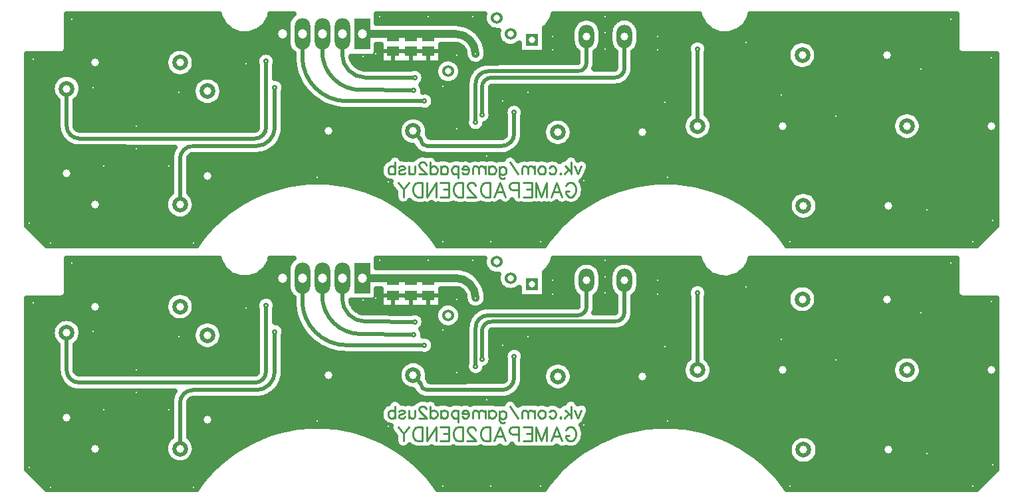
<source format=gbl>
G04 DipTrace 3.3.1.1*
G04 bottom_gamepad_speedlink2dendy.gbl*
%MOMM*%
G04 #@! TF.FileFunction,Copper,L2,Bot*
G04 #@! TF.Part,Single*
%ADD15C,1.0*%
%ADD19C,0.3*%
%ADD34C,1.2*%
%ADD35C,0.8*%
G04 #@! TA.AperFunction,CopperBalancing*
%ADD14C,0.5*%
%ADD16C,0.635*%
G04 #@! TA.AperFunction,Nonconductor*
%ADD17C,0.2353*%
%ADD18C,0.2745*%
G04 #@! TA.AperFunction,ComponentPad*
%ADD21C,2.0*%
%ADD23R,1.5X1.3*%
G04 #@! TA.AperFunction,ComponentPad*
%ADD25R,2.0X4.0*%
%ADD26O,2.0X4.0*%
%ADD27C,1.524*%
%ADD28R,1.524X1.524*%
%ADD32O,2.0X3.0*%
G04 #@! TA.AperFunction,ViaPad*
%ADD33C,0.7*%
%FSLAX35Y35*%
G04*
G71*
G90*
G75*
G01*
G04 Bottom*
%LPD*%
X4238500Y3093407D2*
D14*
Y2587497D1*
G02X4000377Y2349370I-238130J3D01*
G01*
X3194537Y2349373D1*
G03X3032097Y2186933I-3J-162437D01*
G01*
Y1603313D1*
X4127377Y3428873D2*
Y2587500D1*
G02X3984500Y2444623I-142885J8D01*
G01*
X1749940Y2444627D1*
G02X1587430Y2607137I-5J162505D01*
G01*
X1587437Y3079710D1*
X7286500Y2778000D2*
Y2508127D1*
G02X7127750Y2349377I-158750J0D01*
G01*
X6175847D1*
G02X6096307Y2428913I0J79540D01*
G01*
X6001057Y2540040D1*
X9621210Y3587623D2*
Y2603483D1*
X5746857Y3556403D2*
X5905890D1*
Y3539740D1*
X5969390Y3556143D1*
X6128163D1*
X6128347Y3556220D1*
X6191923Y3556403D1*
X6004727Y3059650D2*
X5937643D1*
X5334330Y3063967D1*
G02X4842100Y3556197I-3J492227D01*
G01*
Y3778417D1*
X6020110Y3219650D2*
X5393400Y3222733D1*
G02X5096100Y3520033I-2J297298D01*
G01*
Y3778417D1*
X4588100D2*
Y3492460D1*
G03X5159687Y2920873I571591J4D01*
G01*
X6143500D1*
X6795793Y2651983D2*
Y3143107D1*
G02X6953477Y3301877I156929J1832D01*
G01*
X8096870D1*
G03X8208007Y3413013I4J111133D01*
G01*
Y3746663D1*
X6875793Y2746250D2*
Y3095500D1*
G02X7000750Y3222500I123537J3424D01*
G01*
X8570260D1*
G03X8690607Y3342847I7J120340D01*
G01*
Y3746663D1*
X5350100Y3778417D2*
D15*
X5746857D1*
X5916687D1*
X6149973D1*
X6540957D1*
G02X6794983Y3524390I-2J-254029D01*
G01*
X5969390Y3746143D2*
D14*
X5905890Y3767620D1*
G02X5916687Y3778417I10800J-4D01*
G01*
X6191923Y3746403D2*
X6128423Y3756867D1*
G02X6149973Y3778417I21555J-5D01*
G01*
X5746857Y3746403D2*
Y3778417D1*
D33*
X4238500Y3093407D3*
X4127377Y3428873D3*
X7286500Y2778000D3*
X9621210Y3587623D3*
X6004727Y3059650D3*
X6020110Y3219650D3*
X6143500Y2920873D3*
X6795793Y2651983D3*
X6875793Y2746250D3*
X6794983Y3524390D3*
D3*
X9207373Y2905000D3*
X10683750Y3000250D3*
X11382250Y2730373D3*
X10239250Y3667000D3*
X10794873Y1127000D3*
X9239127Y1952500D3*
X7779337Y3572020D3*
X9112977Y3746663D3*
Y3572020D3*
X7779337Y3746663D3*
X8446157Y3794293D3*
Y3587897D3*
Y4000690D3*
X2476373Y2603373D3*
X1920750Y3095500D3*
X2063627Y2095373D3*
X2889127Y2095377D3*
X1158750Y3460627D3*
X6556833Y3508513D3*
X6382190Y3111597D3*
X3016125Y3032000D3*
X3873373Y3397127D3*
X5365627Y3492373D3*
X12541127Y1539750D3*
X6556250Y2571623D3*
X6984873Y1127000D3*
X6381627D3*
X7619873D3*
X7461127Y3032000D3*
X7143627Y2920877D3*
X12461750Y3333623D3*
X5524373Y3524127D3*
X1111127Y1365127D3*
X1650873Y3968627D3*
X6762627Y4000373D3*
X5572000D3*
X6191127D3*
X12842750Y3968627D3*
X13366627Y3476500D3*
X13128500Y1127000D3*
X13382500Y1396873D3*
X1381000Y1111123D3*
X3206627Y1111127D3*
X4778250Y1952500D3*
X8175500Y1904873D3*
X5683127Y1889000D3*
X6937250Y2222373D3*
X2476373Y2317627D3*
X1596193Y3966910D2*
D16*
X3551877D1*
X4163770D2*
X4420133D1*
X5540710D2*
X6899027D1*
X7767767D2*
X8131137D1*
X8284930D2*
X8613663D1*
X8767547D2*
X9663297D1*
X10275463D2*
X12913377D1*
X1596193Y3903743D2*
X3588337D1*
X4127313D2*
X4399170D1*
X6627807D2*
X6919990D1*
X7731310D2*
X8051657D1*
X8364317D2*
X8534273D1*
X8846933D2*
X9699757D1*
X10239003D2*
X12913377D1*
X1596193Y3840577D2*
X3658337D1*
X4057220D2*
X4397437D1*
X6772090D2*
X6988167D1*
X7676257D2*
X8022673D1*
X8393303D2*
X8505290D1*
X8875920D2*
X9769573D1*
X10169187D2*
X12913377D1*
X1596193Y3777410D2*
X4397437D1*
X6841180D2*
X7072660D1*
X7676257D2*
X8017387D1*
X8398680D2*
X8500003D1*
X8881207D2*
X12913377D1*
X1596193Y3714243D2*
X4397437D1*
X6886023D2*
X7086057D1*
X7676257D2*
X8017387D1*
X8398680D2*
X8500003D1*
X8881207D2*
X12913377D1*
X1596193Y3651077D2*
X4399533D1*
X6913823D2*
X7135460D1*
X7676257D2*
X8023127D1*
X8392937D2*
X8505653D1*
X8875553D2*
X9513817D1*
X9728587D2*
X10831787D1*
X11077820D2*
X12913377D1*
X1593640Y3587910D2*
X2966997D1*
X3097273D2*
X4421227D1*
X5540710D2*
X5581240D1*
X6357560D2*
X6635523D1*
X6930047D2*
X7342633D1*
X7676257D2*
X8052840D1*
X8363133D2*
X8535460D1*
X8845750D2*
X9495590D1*
X9746817D2*
X10782203D1*
X11127403D2*
X12915837D1*
X1531207Y3524743D2*
X2879040D1*
X3185230D2*
X4050080D1*
X4204697D2*
X4472450D1*
X5540710D2*
X5581240D1*
X6357560D2*
X6654027D1*
X6935607D2*
X8092400D1*
X8323667D2*
X8574923D1*
X8806283D2*
X9505613D1*
X9736883D2*
X10764887D1*
X11144720D2*
X12976997D1*
X1088147Y3461577D2*
X2847960D1*
X3216310D2*
X4006330D1*
X4248447D2*
X4473727D1*
X5221700D2*
X5581240D1*
X6357560D2*
X6422880D1*
X6467387D2*
X6669977D1*
X6920020D2*
X8092400D1*
X8323667D2*
X8574923D1*
X8806283D2*
X9505613D1*
X9736883D2*
X10770263D1*
X11139343D2*
X13421423D1*
X1088147Y3398410D2*
X2842127D1*
X3222143D2*
X4005693D1*
X4249083D2*
X4479560D1*
X5257157D2*
X6310590D1*
X6579683D2*
X6742163D1*
X8322937D2*
X8574923D1*
X8806283D2*
X9505613D1*
X9736883D2*
X10800613D1*
X11108993D2*
X13421423D1*
X1088147Y3335243D2*
X2858803D1*
X3205463D2*
X4011710D1*
X4242977D2*
X4491317D1*
X5368263D2*
X5984287D1*
X6055957D2*
X6281787D1*
X6608483D2*
X6760210D1*
X8309357D2*
X8571643D1*
X8806010D2*
X9505613D1*
X9736883D2*
X10885470D1*
X11024137D2*
X13421423D1*
X1088147Y3272077D2*
X2907293D1*
X3156973D2*
X4011710D1*
X4242977D2*
X4509457D1*
X6133613D2*
X6281057D1*
X6609213D2*
X6712543D1*
X8794800D2*
X9505613D1*
X9736883D2*
X13421423D1*
X1088147Y3208910D2*
X1449690D1*
X1725163D2*
X3285367D1*
X3477623D2*
X4011710D1*
X4274697D2*
X4534430D1*
X6145280D2*
X6307947D1*
X6582327D2*
X6687933D1*
X8762990D2*
X9505613D1*
X9736883D2*
X13421423D1*
X1088147Y3145743D2*
X1409040D1*
X1765813D2*
X3218923D1*
X3544070D2*
X4011710D1*
X4352077D2*
X4567517D1*
X6120123D2*
X6401643D1*
X6488627D2*
X6680187D1*
X8694357D2*
X9505613D1*
X9736883D2*
X13421423D1*
X1088147Y3082577D2*
X1396827D1*
X1778030D2*
X3194130D1*
X3568863D2*
X4011710D1*
X4363653D2*
X4610353D1*
X6128147D2*
X6680187D1*
X6991480D2*
X9505613D1*
X9736883D2*
X13421423D1*
X1088147Y3019410D2*
X1406943D1*
X1767910D2*
X3193037D1*
X3569957D2*
X4011710D1*
X4354173D2*
X4664040D1*
X6217103D2*
X6680187D1*
X6991480D2*
X9505613D1*
X9736883D2*
X13421423D1*
X1088147Y2956243D2*
X1444313D1*
X1730633D2*
X3215277D1*
X3547717D2*
X4011710D1*
X4354173D2*
X4734587D1*
X6263770D2*
X6680187D1*
X6991480D2*
X9505613D1*
X9736883D2*
X13421423D1*
X1088147Y2893077D2*
X1471840D1*
X1703107D2*
X3275250D1*
X3487743D2*
X4011710D1*
X4354173D2*
X4831383D1*
X6265867D2*
X6680187D1*
X6991480D2*
X7248753D1*
X7324253D2*
X9505613D1*
X9736883D2*
X13421423D1*
X1088147Y2829910D2*
X1471747D1*
X1703107D2*
X4011710D1*
X4354173D2*
X4998637D1*
X6227040D2*
X6680187D1*
X6991480D2*
X7172737D1*
X7400267D2*
X9505613D1*
X9736883D2*
X13421423D1*
X1088147Y2766743D2*
X1471747D1*
X1703107D2*
X4011710D1*
X4354173D2*
X6680187D1*
X6999683D2*
X7161437D1*
X7411570D2*
X9505613D1*
X9736883D2*
X12195510D1*
X12378743D2*
X13421423D1*
X1088147Y2703577D2*
X1471747D1*
X1703107D2*
X4011710D1*
X4354173D2*
X5909730D1*
X6092327D2*
X6680187D1*
X6993577D2*
X7170823D1*
X7402183D2*
X7794353D1*
X7889903D2*
X9460133D1*
X9782273D2*
X12126150D1*
X12448107D2*
X13421423D1*
X1088147Y2640410D2*
X1471747D1*
X1703107D2*
X4011710D1*
X4354173D2*
X5840187D1*
X6161960D2*
X6670707D1*
X6937157D2*
X7170823D1*
X7402183D2*
X7692907D1*
X7991350D2*
X9434340D1*
X9808067D2*
X12100263D1*
X12473993D2*
X13421423D1*
X1088147Y2577243D2*
X1473480D1*
X1712677D2*
X4009793D1*
X4353720D2*
X5814210D1*
X6187937D2*
X6696500D1*
X6895137D2*
X7170823D1*
X7402183D2*
X7659363D1*
X8024890D2*
X9432423D1*
X9809980D2*
X12098350D1*
X12475907D2*
X13421423D1*
X1088147Y2514077D2*
X1488520D1*
X4345790D2*
X5812293D1*
X6189850D2*
X7170823D1*
X7402183D2*
X7651710D1*
X8032457D2*
X9453753D1*
X9788743D2*
X12119587D1*
X12454670D2*
X13421423D1*
X1088147Y2450910D2*
X1521513D1*
X4326100D2*
X5833440D1*
X7395620D2*
X7666567D1*
X8017690D2*
X9511540D1*
X9730957D2*
X12177280D1*
X12396973D2*
X13421423D1*
X1088147Y2387743D2*
X1583310D1*
X4290463D2*
X5890953D1*
X7373197D2*
X7711683D1*
X7972573D2*
X13421423D1*
X1088147Y2324577D2*
X2953870D1*
X4233040D2*
X6012360D1*
X7329173D2*
X13421423D1*
X1088147Y2261410D2*
X2926890D1*
X4125307D2*
X6082633D1*
X7238850D2*
X13421423D1*
X1088147Y2198243D2*
X2916957D1*
X3149317D2*
X5686603D1*
X5849970D2*
X6015913D1*
X6300683D2*
X7152137D1*
X7315230D2*
X7927243D1*
X8090607D2*
X13421423D1*
X1088147Y2135077D2*
X2916500D1*
X3147767D2*
X5614690D1*
X8232613D2*
X13421423D1*
X1088147Y2071910D2*
X2916500D1*
X3147767D2*
X5584067D1*
X8241087D2*
X13421423D1*
X1088147Y2008743D2*
X2916500D1*
X3147767D2*
X5584340D1*
X8215840D2*
X13421423D1*
X1088147Y1945577D2*
X2916500D1*
X3147767D2*
X5615510D1*
X8188407D2*
X13421423D1*
X1088147Y1882410D2*
X2916500D1*
X3147767D2*
X4598507D1*
X4958017D2*
X5706293D1*
X8156323D2*
X9035483D1*
X9395177D2*
X13421423D1*
X1088147Y1819243D2*
X2916500D1*
X3147767D2*
X4260627D1*
X5295893D2*
X5727620D1*
X8175920D2*
X8695877D1*
X9734787D2*
X13421423D1*
X1088147Y1756077D2*
X2916500D1*
X3147767D2*
X4076787D1*
X5479733D2*
X5774287D1*
X8175373D2*
X8511123D1*
X9919540D2*
X10890120D1*
X11051297D2*
X13421423D1*
X1088147Y1692910D2*
X2864730D1*
X3199447D2*
X3935510D1*
X5621010D2*
X5774650D1*
X8153770D2*
X8369210D1*
X10061453D2*
X10813193D1*
X11128133D2*
X13421423D1*
X1088147Y1629743D2*
X2843400D1*
X3220867D2*
X3820667D1*
X5735853D2*
X5805913D1*
X7240853D2*
X7274363D1*
X8099447D2*
X8253817D1*
X10176843D2*
X10784937D1*
X11156387D2*
X13421423D1*
X1088147Y1566577D2*
X2845133D1*
X3219043D2*
X3721410D1*
X5835113D2*
X8154013D1*
X10276647D2*
X10781200D1*
X11160123D2*
X13421423D1*
X1088147Y1503410D2*
X2870927D1*
X3193340D2*
X3634730D1*
X5921790D2*
X8066787D1*
X10363783D2*
X10800250D1*
X11141077D2*
X13421423D1*
X1088147Y1440243D2*
X2939923D1*
X3124343D2*
X3557983D1*
X5998447D2*
X7989677D1*
X10440983D2*
X10853387D1*
X11087937D2*
X13421423D1*
X1088147Y1377077D2*
X3488530D1*
X6067990D2*
X7919770D1*
X10510803D2*
X13421423D1*
X1109747Y1313910D2*
X3424913D1*
X6131610D2*
X7855693D1*
X10574970D2*
X13399820D1*
X1172910Y1250743D2*
X3366943D1*
X6189577D2*
X7797360D1*
X10633303D2*
X13336657D1*
X1236077Y1187577D2*
X3315263D1*
X6241257D2*
X7745317D1*
X10685347D2*
X13273493D1*
X1299240Y1124410D2*
X3266863D1*
X6289657D2*
X7696460D1*
X10734200D2*
X13210330D1*
X3565220Y3033500D2*
X3560693Y3004940D1*
X3551760Y2977437D1*
X3538630Y2951670D1*
X3521633Y2928273D1*
X3501183Y2907823D1*
X3477787Y2890827D1*
X3452020Y2877697D1*
X3424517Y2868763D1*
X3395957Y2864237D1*
X3367037D1*
X3338477Y2868763D1*
X3310973Y2877697D1*
X3285207Y2890827D1*
X3261810Y2907823D1*
X3241360Y2928273D1*
X3224363Y2951670D1*
X3211233Y2977437D1*
X3202300Y3004940D1*
X3197773Y3033500D1*
Y3062420D1*
X3202300Y3090980D1*
X3211233Y3118483D1*
X3224363Y3144250D1*
X3241360Y3167647D1*
X3261810Y3188097D1*
X3285207Y3205093D1*
X3310973Y3218223D1*
X3338477Y3227157D1*
X3367037Y3231683D1*
X3395957D1*
X3424517Y3227157D1*
X3452020Y3218223D1*
X3477787Y3205093D1*
X3501183Y3188097D1*
X3521633Y3167647D1*
X3538630Y3144250D1*
X3551760Y3118483D1*
X3560693Y3090980D1*
X3565220Y3062420D1*
Y3033500D1*
X1771160Y3065250D2*
X1766633Y3036690D1*
X1757700Y3009187D1*
X1744570Y2983420D1*
X1727573Y2960023D1*
X1707123Y2939573D1*
X1696693Y2931350D1*
X1697043Y2605797D1*
X1698760Y2593413D1*
X1704057Y2580637D1*
X1712477Y2569663D1*
X1723450Y2561247D1*
X1736230Y2555953D1*
X1748600Y2554240D1*
X1819940Y2553917D1*
X3989153Y2554493D1*
X3997540Y2556827D1*
X4005037Y2561250D1*
X4011133Y2567460D1*
X4015413Y2575037D1*
X4017587Y2583463D1*
X4018087Y2610833D1*
Y3381107D1*
X4011383Y3401027D1*
X4008453Y3419513D1*
Y3438233D1*
X4011383Y3456720D1*
X4017167Y3474523D1*
X4025667Y3491203D1*
X4036667Y3506347D1*
X4049903Y3519583D1*
X4065047Y3530583D1*
X4081727Y3539083D1*
X4099530Y3544867D1*
X4118017Y3547797D1*
X4136737D1*
X4155223Y3544867D1*
X4173027Y3539083D1*
X4189707Y3530583D1*
X4204850Y3519583D1*
X4218087Y3506347D1*
X4229087Y3491203D1*
X4237587Y3474523D1*
X4243370Y3456720D1*
X4246300Y3438233D1*
Y3419513D1*
X4243370Y3401027D1*
X4237587Y3383223D1*
X4236653Y3381197D1*
X4236667Y3212767D1*
X4257160Y3211227D1*
X4275363Y3206857D1*
X4292657Y3199693D1*
X4308617Y3189913D1*
X4322850Y3177757D1*
X4335007Y3163523D1*
X4344787Y3147563D1*
X4351950Y3130270D1*
X4356320Y3112067D1*
X4357790Y3093407D1*
X4356320Y3074747D1*
X4351950Y3056543D1*
X4347777Y3045730D1*
X4347557Y2580347D1*
X4344993Y2543570D1*
X4337590Y2504617D1*
X4331873Y2484837D1*
X4321883Y2455873D1*
X4304647Y2420163D1*
X4294007Y2402537D1*
X4276860Y2377147D1*
X4250973Y2347113D1*
X4236133Y2332843D1*
X4213000Y2312753D1*
X4180217Y2290443D1*
X4162190Y2280500D1*
X4134647Y2267083D1*
X4097210Y2254020D1*
X4077220Y2249080D1*
X4047143Y2243250D1*
X4007600Y2240320D1*
X3813710Y2240080D1*
X3193200Y2239760D1*
X3180830Y2238043D1*
X3168070Y2232757D1*
X3157113Y2224347D1*
X3148707Y2213387D1*
X3143420Y2200623D1*
X3141710Y2188270D1*
X3141387Y2116933D1*
Y1751713D1*
X3162410Y1733627D1*
X3181190Y1711637D1*
X3196300Y1686980D1*
X3207367Y1660263D1*
X3214117Y1632143D1*
X3216387Y1603313D1*
X3214117Y1574483D1*
X3207367Y1546363D1*
X3196300Y1519647D1*
X3181190Y1494990D1*
X3162410Y1473000D1*
X3140420Y1454220D1*
X3115763Y1439110D1*
X3089047Y1428043D1*
X3060927Y1421293D1*
X3032097Y1419023D1*
X3003267Y1421293D1*
X2975147Y1428043D1*
X2948430Y1439110D1*
X2923773Y1454220D1*
X2901783Y1473000D1*
X2883003Y1494990D1*
X2867893Y1519647D1*
X2856827Y1546363D1*
X2850077Y1574483D1*
X2847807Y1603313D1*
X2850077Y1632143D1*
X2856827Y1660263D1*
X2867893Y1686980D1*
X2883003Y1711637D1*
X2901783Y1733627D1*
X2922840Y1751673D1*
X2922807Y2186967D1*
X2925333Y2223850D1*
X2932453Y2258673D1*
X2944060Y2292267D1*
X2959953Y2324060D1*
X2967313Y2335347D1*
X1738553Y2335847D1*
X1715883Y2337483D1*
X1680980Y2344237D1*
X1647253Y2355487D1*
X1615283Y2371043D1*
X1585617Y2390637D1*
X1558763Y2413940D1*
X1535183Y2440547D1*
X1515277Y2470003D1*
X1499383Y2501807D1*
X1487780Y2535413D1*
X1480660Y2570247D1*
X1478377Y2599943D1*
X1478143Y2817137D1*
Y2931343D1*
X1457123Y2949397D1*
X1438343Y2971387D1*
X1423233Y2996043D1*
X1412167Y3022760D1*
X1405417Y3050880D1*
X1403147Y3079710D1*
X1405417Y3108540D1*
X1412167Y3136660D1*
X1423233Y3163377D1*
X1438343Y3188033D1*
X1457123Y3210023D1*
X1479113Y3228803D1*
X1503770Y3243913D1*
X1530487Y3254980D1*
X1558607Y3261730D1*
X1587437Y3264000D1*
X1616267Y3261730D1*
X1644387Y3254980D1*
X1671103Y3243913D1*
X1695760Y3228803D1*
X1717750Y3210023D1*
X1736530Y3188033D1*
X1751640Y3163377D1*
X1762707Y3136660D1*
X1769457Y3108540D1*
X1771727Y3079710D1*
X1771160Y3065250D1*
X3215853Y3398780D2*
X3211327Y3370220D1*
X3202393Y3342717D1*
X3189263Y3316950D1*
X3172267Y3293553D1*
X3151817Y3273103D1*
X3128420Y3256107D1*
X3102653Y3242977D1*
X3075150Y3234043D1*
X3046590Y3229517D1*
X3017670D1*
X2989110Y3234043D1*
X2961607Y3242977D1*
X2935840Y3256107D1*
X2912443Y3273103D1*
X2891993Y3293553D1*
X2874997Y3316950D1*
X2861867Y3342717D1*
X2852933Y3370220D1*
X2848407Y3398780D1*
Y3427700D1*
X2852933Y3456260D1*
X2861867Y3483763D1*
X2874997Y3509530D1*
X2891993Y3532927D1*
X2912443Y3553377D1*
X2935840Y3570373D1*
X2961607Y3583503D1*
X2989110Y3592437D1*
X3017670Y3596963D1*
X3046590D1*
X3075150Y3592437D1*
X3102653Y3583503D1*
X3128420Y3570373D1*
X3151817Y3553377D1*
X3172267Y3532927D1*
X3189263Y3509530D1*
X3202393Y3483763D1*
X3211327Y3456260D1*
X3215853Y3427700D1*
Y3398780D1*
X8025847Y2509540D2*
X8021320Y2480980D1*
X8012387Y2453477D1*
X7999257Y2427710D1*
X7982260Y2404313D1*
X7961810Y2383863D1*
X7938413Y2366867D1*
X7912647Y2353737D1*
X7885143Y2344803D1*
X7856583Y2340277D1*
X7827663D1*
X7799103Y2344803D1*
X7771600Y2353737D1*
X7745833Y2366867D1*
X7722437Y2383863D1*
X7701987Y2404313D1*
X7684990Y2427710D1*
X7671860Y2453477D1*
X7662927Y2480980D1*
X7658400Y2509540D1*
Y2538460D1*
X7662927Y2567020D1*
X7671860Y2594523D1*
X7684990Y2620290D1*
X7701987Y2643687D1*
X7722437Y2664137D1*
X7745833Y2681133D1*
X7771600Y2694263D1*
X7799103Y2703197D1*
X7827663Y2707723D1*
X7856583D1*
X7885143Y2703197D1*
X7912647Y2694263D1*
X7938413Y2681133D1*
X7961810Y2664137D1*
X7982260Y2643687D1*
X7999257Y2620290D1*
X8012387Y2594523D1*
X8021320Y2567020D1*
X8025847Y2538460D1*
Y2509540D1*
X6184780Y2525580D2*
X6180553Y2498517D1*
X6189390Y2486180D1*
X6197203Y2470913D1*
X6200197Y2462837D1*
X6222513Y2458667D1*
X7133037Y2459247D1*
X7141573Y2460947D1*
X7152370Y2465500D1*
X7162563Y2473323D1*
X7170387Y2483520D1*
X7175300Y2495393D1*
X7176900Y2506987D1*
X7177210Y2601460D1*
Y2730250D1*
X7170507Y2750153D1*
X7167577Y2768640D1*
Y2787360D1*
X7170507Y2805847D1*
X7176290Y2823650D1*
X7184790Y2840330D1*
X7195790Y2855473D1*
X7209027Y2868710D1*
X7224170Y2879710D1*
X7240850Y2888210D1*
X7258653Y2893993D1*
X7277140Y2896923D1*
X7295860D1*
X7314347Y2893993D1*
X7332150Y2888210D1*
X7348830Y2879710D1*
X7363973Y2868710D1*
X7377210Y2855473D1*
X7388210Y2840330D1*
X7396710Y2823650D1*
X7402493Y2805847D1*
X7405423Y2787360D1*
Y2768640D1*
X7402493Y2750153D1*
X7396710Y2732350D1*
X7395777Y2730323D1*
X7395283Y2496833D1*
X7393297Y2471690D1*
X7387017Y2440137D1*
X7375927Y2406877D1*
X7360587Y2375350D1*
X7341263Y2346093D1*
X7318287Y2319613D1*
X7292053Y2296353D1*
X7263003Y2276720D1*
X7231643Y2261047D1*
X7198503Y2249600D1*
X7164153Y2242577D1*
X7134980Y2240327D1*
X6941083Y2240087D1*
X6164547Y2240593D1*
X6144143Y2242867D1*
X6120130Y2248597D1*
X6097073Y2257410D1*
X6075360Y2269160D1*
X6055367Y2283643D1*
X6037437Y2300610D1*
X6021873Y2319773D1*
X6008947Y2340803D1*
X6001060Y2355750D1*
X5972230Y2358020D1*
X5944110Y2364770D1*
X5917393Y2375837D1*
X5892737Y2390947D1*
X5870747Y2409727D1*
X5851963Y2431717D1*
X5836853Y2456373D1*
X5825787Y2483090D1*
X5819037Y2511210D1*
X5816770Y2540040D1*
X5819037Y2568870D1*
X5825787Y2596990D1*
X5836853Y2623707D1*
X5851963Y2648363D1*
X5870747Y2670353D1*
X5892737Y2689133D1*
X5917393Y2704243D1*
X5944110Y2715310D1*
X5972230Y2722060D1*
X6001060Y2724330D1*
X6029887Y2722060D1*
X6058007Y2715310D1*
X6084723Y2704243D1*
X6109380Y2689133D1*
X6131370Y2670353D1*
X6150153Y2648363D1*
X6165263Y2623707D1*
X6176330Y2596990D1*
X6183080Y2568870D1*
X6185350Y2540040D1*
X6184780Y2525580D1*
X11154400Y1572943D2*
X11149873Y1544383D1*
X11140940Y1516880D1*
X11127810Y1491113D1*
X11110813Y1467717D1*
X11090363Y1447267D1*
X11066967Y1430270D1*
X11041200Y1417140D1*
X11013697Y1408207D1*
X10985137Y1403680D1*
X10956217D1*
X10927657Y1408207D1*
X10900153Y1417140D1*
X10874387Y1430270D1*
X10850990Y1447267D1*
X10830540Y1467717D1*
X10813543Y1491113D1*
X10800413Y1516880D1*
X10791480Y1544383D1*
X10786953Y1572943D1*
Y1601863D1*
X10791480Y1630423D1*
X10800413Y1657927D1*
X10813543Y1683693D1*
X10830540Y1707090D1*
X10850990Y1727540D1*
X10874387Y1744537D1*
X10900153Y1757667D1*
X10927657Y1766600D1*
X10956217Y1771127D1*
X10985137D1*
X11013697Y1766600D1*
X11041200Y1757667D1*
X11066967Y1744537D1*
X11090363Y1727540D1*
X11110813Y1707090D1*
X11127810Y1683693D1*
X11140940Y1657927D1*
X11149873Y1630423D1*
X11154400Y1601863D1*
Y1572943D1*
X12470847Y2588913D2*
X12466320Y2560353D1*
X12457387Y2532850D1*
X12444257Y2507083D1*
X12427260Y2483687D1*
X12406810Y2463237D1*
X12383413Y2446240D1*
X12357647Y2433110D1*
X12330143Y2424177D1*
X12301583Y2419650D1*
X12272663D1*
X12244103Y2424177D1*
X12216600Y2433110D1*
X12190833Y2446240D1*
X12167437Y2463237D1*
X12146987Y2483687D1*
X12129990Y2507083D1*
X12116860Y2532850D1*
X12107927Y2560353D1*
X12103400Y2588913D1*
Y2617833D1*
X12107927Y2646393D1*
X12116860Y2673897D1*
X12129990Y2699663D1*
X12146987Y2723060D1*
X12167437Y2743510D1*
X12190833Y2760507D1*
X12216600Y2773637D1*
X12244103Y2782570D1*
X12272663Y2787097D1*
X12301583D1*
X12330143Y2782570D1*
X12357647Y2773637D1*
X12383413Y2760507D1*
X12406810Y2743510D1*
X12427260Y2723060D1*
X12444257Y2699663D1*
X12457387Y2673897D1*
X12466320Y2646393D1*
X12470847Y2617833D1*
Y2588913D1*
X9804933Y2589023D2*
X9800407Y2560463D1*
X9791473Y2532960D1*
X9778343Y2507193D1*
X9761347Y2483797D1*
X9740897Y2463347D1*
X9717500Y2446350D1*
X9691733Y2433220D1*
X9664230Y2424287D1*
X9635670Y2419760D1*
X9606750D1*
X9578190Y2424287D1*
X9550687Y2433220D1*
X9524920Y2446350D1*
X9501523Y2463347D1*
X9481073Y2483797D1*
X9464077Y2507193D1*
X9450947Y2532960D1*
X9442013Y2560463D1*
X9437487Y2589023D1*
Y2617943D1*
X9442013Y2646503D1*
X9450947Y2674007D1*
X9464077Y2699773D1*
X9481073Y2723170D1*
X9501523Y2743620D1*
X9511953Y2751843D1*
X9511920Y3539823D1*
X9505217Y3559777D1*
X9502287Y3578263D1*
Y3596983D1*
X9505217Y3615470D1*
X9511000Y3633273D1*
X9519500Y3649953D1*
X9530500Y3665097D1*
X9543737Y3678333D1*
X9558880Y3689333D1*
X9575560Y3697833D1*
X9593363Y3703617D1*
X9611850Y3706547D1*
X9630570D1*
X9649057Y3703617D1*
X9666860Y3697833D1*
X9683540Y3689333D1*
X9698683Y3678333D1*
X9711920Y3665097D1*
X9722920Y3649953D1*
X9731420Y3633273D1*
X9737203Y3615470D1*
X9740133Y3596983D1*
Y3578263D1*
X9737203Y3559777D1*
X9731420Y3541973D1*
X9730487Y3539947D1*
X9730500Y2751907D1*
X9751523Y2733797D1*
X9770303Y2711807D1*
X9785413Y2687150D1*
X9796480Y2660433D1*
X9803230Y2632313D1*
X9805500Y2603483D1*
X9804933Y2589023D1*
X11138523Y3493980D2*
X11133997Y3465420D1*
X11125063Y3437917D1*
X11111933Y3412150D1*
X11094937Y3388753D1*
X11074487Y3368303D1*
X11051090Y3351307D1*
X11025323Y3338177D1*
X10997820Y3329243D1*
X10969260Y3324717D1*
X10940340D1*
X10911780Y3329243D1*
X10884277Y3338177D1*
X10858510Y3351307D1*
X10835113Y3368303D1*
X10814663Y3388753D1*
X10797667Y3412150D1*
X10784537Y3437917D1*
X10775603Y3465420D1*
X10771077Y3493980D1*
Y3522900D1*
X10775603Y3551460D1*
X10784537Y3578963D1*
X10797667Y3604730D1*
X10814663Y3628127D1*
X10835113Y3648577D1*
X10858510Y3665573D1*
X10884277Y3678703D1*
X10911780Y3687637D1*
X10940340Y3692163D1*
X10969260D1*
X10997820Y3687637D1*
X11025323Y3678703D1*
X11051090Y3665573D1*
X11074487Y3648577D1*
X11094937Y3628127D1*
X11111933Y3604730D1*
X11125063Y3578963D1*
X11133997Y3551460D1*
X11138523Y3522900D1*
Y3493980D1*
X6351213Y3597103D2*
Y3432020D1*
X6372267Y3444870D1*
X6395533Y3454510D1*
X6420020Y3460387D1*
X6445127Y3462363D1*
X6470233Y3460387D1*
X6494720Y3454510D1*
X6517987Y3444870D1*
X6539460Y3431713D1*
X6558610Y3415357D1*
X6574967Y3396207D1*
X6588123Y3374733D1*
X6597763Y3351467D1*
X6603640Y3326980D1*
X6605617Y3301873D1*
X6603640Y3276767D1*
X6597763Y3252280D1*
X6588123Y3229013D1*
X6574967Y3207540D1*
X6558610Y3188390D1*
X6539460Y3172033D1*
X6517987Y3158877D1*
X6494720Y3149237D1*
X6470233Y3143360D1*
X6445127Y3141383D1*
X6420020Y3143360D1*
X6395533Y3149237D1*
X6372267Y3158877D1*
X6350793Y3172033D1*
X6331643Y3188390D1*
X6315287Y3207540D1*
X6302130Y3229013D1*
X6292490Y3252280D1*
X6286613Y3276767D1*
X6284637Y3301873D1*
X6286613Y3326980D1*
X6292490Y3351467D1*
X6302130Y3374733D1*
X6315287Y3396207D1*
X6323990Y3407080D1*
X5881347Y3406853D1*
X5654147Y3407113D1*
X5587567D1*
Y3644110D1*
X5534397Y3644127D1*
X5534390Y3494127D1*
X5207450D1*
X5212220Y3470850D1*
X5220190Y3447623D1*
X5231123Y3425633D1*
X5244833Y3405260D1*
X5261083Y3386850D1*
X5279600Y3370720D1*
X5300063Y3357143D1*
X5322123Y3346353D1*
X5345403Y3338537D1*
X5369503Y3333823D1*
X5397243Y3332007D1*
X5972797Y3329173D1*
X5992263Y3335643D1*
X6010750Y3338573D1*
X6029470D1*
X6047957Y3335643D1*
X6065760Y3329860D1*
X6082440Y3321360D1*
X6097583Y3310360D1*
X6110820Y3297123D1*
X6121820Y3281980D1*
X6130320Y3265300D1*
X6136103Y3247497D1*
X6139033Y3229010D1*
Y3210290D1*
X6136103Y3191803D1*
X6130320Y3174000D1*
X6121820Y3157320D1*
X6110820Y3142177D1*
X6100137Y3131300D1*
X6111013Y3113807D1*
X6118177Y3096513D1*
X6122547Y3078310D1*
X6124017Y3059650D1*
X6122547Y3040990D1*
X6122000Y3038227D1*
X6143500Y3040163D1*
X6162160Y3038693D1*
X6180363Y3034323D1*
X6197657Y3027160D1*
X6213617Y3017380D1*
X6227850Y3005223D1*
X6240007Y2990990D1*
X6249787Y2975030D1*
X6256950Y2957737D1*
X6261320Y2939533D1*
X6262790Y2920873D1*
X6261320Y2902213D1*
X6256950Y2884010D1*
X6249787Y2866717D1*
X6240007Y2850757D1*
X6227850Y2836523D1*
X6213617Y2824367D1*
X6197657Y2814587D1*
X6180363Y2807423D1*
X6162160Y2803053D1*
X6143500Y2801583D1*
X6124840Y2803053D1*
X6106637Y2807423D1*
X6095823Y2811597D1*
X5159653Y2811583D1*
X5096517Y2814580D1*
X5037677Y2822663D1*
X4979763Y2835847D1*
X4923220Y2854027D1*
X4868477Y2877067D1*
X4815950Y2904787D1*
X4766040Y2936983D1*
X4719127Y2973407D1*
X4675563Y3013777D1*
X4635687Y3057793D1*
X4599797Y3105117D1*
X4568167Y3155390D1*
X4541040Y3208227D1*
X4518623Y3263227D1*
X4500877Y3320867D1*
X4488553Y3378027D1*
X4481133Y3436957D1*
X4478913Y3487727D1*
X4478810Y3530103D1*
X4457787Y3548103D1*
X4439007Y3570093D1*
X4423897Y3594750D1*
X4412830Y3621467D1*
X4406080Y3649587D1*
X4403813Y3678473D1*
X4404377Y3892877D1*
X4408903Y3921437D1*
X4417837Y3948940D1*
X4430967Y3974707D1*
X4447963Y3998103D1*
X4468413Y4018553D1*
X4483583Y4030053D1*
X4180343Y4030077D1*
X4173857Y3996203D1*
X4160047Y3971497D1*
X4115253Y3895077D1*
X4093823Y3876587D1*
X4025593Y3820093D1*
X3999133Y3810047D1*
X3915697Y3780300D1*
X3887397Y3779910D1*
X3798820Y3780493D1*
X3772090Y3789803D1*
X3689053Y3820647D1*
X3667123Y3838540D1*
X3599643Y3895923D1*
X3585153Y3920233D1*
X3541367Y3997240D1*
X3535167Y4030160D1*
X1589883Y4030077D1*
X1589583Y3600040D1*
X1584037Y3573653D1*
X1580650Y3567003D1*
X1566723Y3546860D1*
X1561047Y3542013D1*
X1540477Y3528743D1*
X1533367Y3526437D1*
X1508053Y3522023D1*
X1081763D1*
X1081750Y1335553D1*
X1335470Y1081797D1*
X3243447Y1081750D1*
X3288730Y1146563D1*
X3365977Y1242773D1*
X3449423Y1333657D1*
X3538710Y1418810D1*
X3633440Y1497863D1*
X3733200Y1570470D1*
X3837543Y1636307D1*
X3946027Y1695087D1*
X4058160Y1746557D1*
X4173460Y1790480D1*
X4291413Y1826677D1*
X4411507Y1854980D1*
X4533207Y1875260D1*
X4655990Y1887440D1*
X4779303Y1891457D1*
X4902620Y1887300D1*
X5025383Y1874983D1*
X5147063Y1854560D1*
X5267123Y1826123D1*
X5385037Y1789797D1*
X5498353Y1746550D1*
X5612363Y1694147D1*
X5720773Y1635240D1*
X5825047Y1569283D1*
X5924723Y1496567D1*
X6019363Y1417407D1*
X6108553Y1332150D1*
X6191897Y1241173D1*
X6269033Y1144877D1*
X6313133Y1081733D1*
X7672780Y1081750D1*
X7718737Y1146897D1*
X7796630Y1243113D1*
X7880700Y1333990D1*
X7970580Y1419120D1*
X8065873Y1498140D1*
X8166173Y1570707D1*
X8271040Y1636497D1*
X8380017Y1695230D1*
X8492630Y1746657D1*
X8608383Y1790537D1*
X8724770Y1826150D1*
X8847310Y1854963D1*
X8969437Y1875223D1*
X9092633Y1887390D1*
X9216363Y1891403D1*
X9340090Y1887250D1*
X9463273Y1874950D1*
X9585377Y1854550D1*
X9705870Y1826147D1*
X9824230Y1789860D1*
X9939937Y1745843D1*
X10052493Y1694297D1*
X10161403Y1635440D1*
X10266193Y1569530D1*
X10366410Y1496853D1*
X10461620Y1417727D1*
X10551403Y1332493D1*
X10635370Y1241527D1*
X10713153Y1145223D1*
X10757947Y1081677D1*
X13173983Y1081750D1*
X13427733Y1335470D1*
X13427750Y3521777D1*
X12997767Y3521970D1*
X12971383Y3527517D1*
X12964730Y3530903D1*
X12944587Y3544833D1*
X12939740Y3550507D1*
X12926473Y3571073D1*
X12924167Y3578170D1*
X12919750Y3603500D1*
Y4029790D1*
X10291957Y4029750D1*
X10285407Y3995887D1*
X10271597Y3971180D1*
X10226807Y3894767D1*
X10205377Y3876277D1*
X10137153Y3819790D1*
X10110693Y3809743D1*
X10027267Y3780000D1*
X9998967Y3779610D1*
X9910397Y3780193D1*
X9883667Y3789503D1*
X9800640Y3820343D1*
X9778710Y3838237D1*
X9711237Y3895613D1*
X9696747Y3919927D1*
X9652967Y3996923D1*
X9646763Y4029840D1*
X7784417Y4030067D1*
X7777860Y3996203D1*
X7764050Y3971497D1*
X7719257Y3895077D1*
X7697827Y3876587D1*
X7669970Y3853210D1*
X7669923Y3538543D1*
X7348943D1*
Y3660953D1*
X7333863Y3648577D1*
X7312390Y3635420D1*
X7289123Y3625780D1*
X7264637Y3619903D1*
X7239530Y3617927D1*
X7214423Y3619903D1*
X7189937Y3625780D1*
X7166670Y3635420D1*
X7145197Y3648577D1*
X7126047Y3664933D1*
X7109690Y3684083D1*
X7096533Y3705557D1*
X7086893Y3728823D1*
X7081017Y3753310D1*
X7079040Y3778417D1*
X7081017Y3803523D1*
X7086267Y3825783D1*
X7064887Y3824323D1*
X7039780Y3826300D1*
X7015293Y3832177D1*
X6992027Y3841817D1*
X6970553Y3854973D1*
X6951403Y3871330D1*
X6935047Y3890480D1*
X6921890Y3911953D1*
X6912250Y3935220D1*
X6906373Y3959707D1*
X6904397Y3984813D1*
X6906373Y4009920D1*
X6911037Y4030097D1*
X5534407Y4030077D1*
X5534390Y3912770D1*
X6549740Y3912420D1*
X6589900Y3909603D1*
X6632827Y3901487D1*
X6649870Y3896923D1*
X6687930Y3883810D1*
X6727297Y3864860D1*
X6742577Y3856040D1*
X6775947Y3833523D1*
X6809067Y3805030D1*
X6821543Y3792557D1*
X6847950Y3762170D1*
X6872563Y3726077D1*
X6881390Y3710800D1*
X6899030Y3674613D1*
X6913490Y3633303D1*
X6919333Y3609817D1*
X6925710Y3576817D1*
X6928987Y3533173D1*
X6928710Y3512103D1*
X6925140Y3491337D1*
X6918367Y3471380D1*
X6908557Y3452733D1*
X6895950Y3435847D1*
X6880853Y3421143D1*
X6863647Y3408980D1*
X6844747Y3399660D1*
X6824623Y3393410D1*
X6803767Y3390387D1*
X6782697Y3390663D1*
X6761930Y3394233D1*
X6741973Y3401007D1*
X6723327Y3410817D1*
X6706440Y3423423D1*
X6691737Y3438520D1*
X6679573Y3455727D1*
X6670253Y3474627D1*
X6664003Y3494750D1*
X6660980Y3515607D1*
X6658507Y3544383D1*
X6654890Y3559557D1*
X6649327Y3574127D1*
X6641907Y3587847D1*
X6632760Y3600480D1*
X6622043Y3611813D1*
X6609940Y3621650D1*
X6596653Y3629820D1*
X6582417Y3636190D1*
X6567467Y3640643D1*
X6552067Y3643110D1*
X6517623Y3644127D1*
X6351283D1*
X6351123Y3597113D1*
X8506320Y3796607D2*
X8508587Y3825493D1*
X8515337Y3853613D1*
X8526403Y3880330D1*
X8541513Y3904987D1*
X8560293Y3926977D1*
X8582283Y3945757D1*
X8606940Y3960867D1*
X8633657Y3971933D1*
X8661777Y3978683D1*
X8690607Y3980953D1*
X8719437Y3978683D1*
X8747557Y3971933D1*
X8774273Y3960867D1*
X8798930Y3945757D1*
X8820920Y3926977D1*
X8839700Y3904987D1*
X8854810Y3880330D1*
X8865877Y3853613D1*
X8872627Y3825493D1*
X8874897Y3796663D1*
X8874330Y3682203D1*
X8869803Y3653643D1*
X8860870Y3626140D1*
X8847740Y3600373D1*
X8830743Y3576977D1*
X8810293Y3556527D1*
X8799863Y3548303D1*
X8799457Y3332563D1*
X8797733Y3311430D1*
X8791687Y3282003D1*
X8781850Y3253623D1*
X8768393Y3226767D1*
X8751547Y3201897D1*
X8733643Y3181483D1*
X8715583Y3165197D1*
X8699007Y3152997D1*
X8683807Y3143250D1*
X8656780Y3130137D1*
X8628273Y3120663D1*
X8598777Y3114993D1*
X8577370Y3113443D1*
X8080260Y3113210D1*
X6997607Y3112867D1*
X6985260Y3097820D1*
X6985083Y2794080D1*
X6991787Y2774097D1*
X6994717Y2755610D1*
Y2736890D1*
X6991787Y2718403D1*
X6986003Y2700600D1*
X6977503Y2683920D1*
X6966503Y2668777D1*
X6953267Y2655540D1*
X6938123Y2644540D1*
X6921443Y2636040D1*
X6913583Y2633140D1*
X6909243Y2615120D1*
X6902080Y2597827D1*
X6892300Y2581867D1*
X6880143Y2567633D1*
X6865910Y2555477D1*
X6849950Y2545697D1*
X6832657Y2538533D1*
X6814453Y2534163D1*
X6795793Y2532693D1*
X6777133Y2534163D1*
X6758930Y2538533D1*
X6741637Y2545697D1*
X6725677Y2555477D1*
X6711443Y2567633D1*
X6699287Y2581867D1*
X6689507Y2597827D1*
X6682343Y2615120D1*
X6677973Y2633323D1*
X6676503Y2651983D1*
X6677973Y2670643D1*
X6682343Y2688847D1*
X6686517Y2699660D1*
X6686890Y3153200D1*
X6688270Y3175620D1*
X6694627Y3210230D1*
X6705493Y3243700D1*
X6717977Y3270230D1*
X6729693Y3289710D1*
X6739917Y3304907D1*
X6762873Y3331577D1*
X6789150Y3354983D1*
X6818280Y3374723D1*
X6849760Y3390447D1*
X6883040Y3401883D1*
X6917537Y3408827D1*
X6946730Y3410960D1*
X7233477Y3411167D1*
X8097080Y3411413D1*
X8098717Y3416587D1*
Y3548363D1*
X8077693Y3566350D1*
X8058913Y3588340D1*
X8043803Y3612997D1*
X8032737Y3639713D1*
X8025987Y3667833D1*
X8023720Y3696720D1*
X8024283Y3811123D1*
X8028810Y3839683D1*
X8037743Y3867187D1*
X8050873Y3892953D1*
X8067870Y3916350D1*
X8088320Y3936800D1*
X8111717Y3953797D1*
X8137483Y3966927D1*
X8164987Y3975860D1*
X8193547Y3980387D1*
X8222467D1*
X8251027Y3975860D1*
X8278530Y3966927D1*
X8304297Y3953797D1*
X8327693Y3936800D1*
X8348143Y3916350D1*
X8365140Y3892953D1*
X8378270Y3867187D1*
X8387203Y3839683D1*
X8391730Y3811123D1*
X8392297Y3749997D1*
X8391730Y3682203D1*
X8387203Y3653643D1*
X8378270Y3626140D1*
X8365140Y3600373D1*
X8348143Y3576977D1*
X8327693Y3556527D1*
X8317263Y3548303D1*
X8316873Y3402967D1*
X8315210Y3382797D1*
X8309397Y3354553D1*
X8303027Y3335323D1*
X8307417Y3331790D1*
X8571673Y3332117D1*
X8581140Y3343707D1*
X8581317Y3548197D1*
X8560293Y3566350D1*
X8541513Y3588340D1*
X8526403Y3612997D1*
X8515337Y3639713D1*
X8508587Y3667833D1*
X8506320Y3696720D1*
X8506317Y3796220D1*
X8144040Y1893927D2*
X8154120Y1873577D1*
X8167257Y1833640D1*
X8169600Y1818843D1*
X8169893Y1767990D1*
X8168603Y1753063D1*
X8164997Y1738523D1*
X8154280Y1707063D1*
X8142390Y1682910D1*
X8134560Y1670133D1*
X8121450Y1655363D1*
X8102220Y1636577D1*
X8090073Y1627807D1*
X8066467Y1615533D1*
X8052827Y1609900D1*
X8038260Y1606403D1*
X8023323Y1605227D1*
X7981650Y1605537D1*
X7966860Y1607907D1*
X7952620Y1612563D1*
X7940443Y1618463D1*
X7925927Y1611473D1*
X7911550Y1607260D1*
X7896693Y1605347D1*
X7881717Y1605780D1*
X7866993Y1608550D1*
X7852887Y1613593D1*
X7839740Y1620777D1*
X7827880Y1629930D1*
X7823883Y1633847D1*
X7814020Y1625067D1*
X7801473Y1616883D1*
X7787797Y1610763D1*
X7773333Y1606860D1*
X7758437Y1605267D1*
X7743473Y1606023D1*
X7728340Y1609270D1*
X7715797Y1606403D1*
X7700860Y1605227D1*
X7685923Y1606403D1*
X7671357Y1609900D1*
X7666933Y1611533D1*
X7650520Y1606877D1*
X7635623Y1605267D1*
X7620660Y1606010D1*
X7605997Y1609083D1*
X7598863Y1611487D1*
X7587143Y1607867D1*
X7572347Y1605523D1*
X7557367D1*
X7542570Y1607867D1*
X7537523Y1609290D1*
X7524893Y1606403D1*
X7509927Y1605230D1*
X7392010Y1605523D1*
X7377213Y1607867D1*
X7372167Y1609290D1*
X7359533Y1606403D1*
X7344597Y1605227D1*
X7329660Y1606403D1*
X7315093Y1609900D1*
X7301253Y1615633D1*
X7288477Y1623463D1*
X7277087Y1633193D1*
X7267357Y1644583D1*
X7259527Y1657360D1*
X7257627Y1661480D1*
X7250523Y1648480D1*
X7241370Y1636620D1*
X7230473Y1626337D1*
X7218103Y1617887D1*
X7204560Y1611473D1*
X7190183Y1607260D1*
X7175327Y1605347D1*
X7160350Y1605780D1*
X7145627Y1608550D1*
X7131520Y1613593D1*
X7118373Y1620777D1*
X7106513Y1629930D1*
X7102517Y1633847D1*
X7092653Y1625067D1*
X7080107Y1616883D1*
X7066430Y1610763D1*
X7051967Y1606860D1*
X7037070Y1605267D1*
X7022107Y1606023D1*
X7006973Y1609270D1*
X6994430Y1606403D1*
X6979493Y1605227D1*
X6911277Y1605620D1*
X6896510Y1608147D1*
X6858343Y1620943D1*
X6842020Y1612497D1*
X6827770Y1607867D1*
X6812973Y1605523D1*
X6686387Y1605227D1*
X6671450Y1606403D1*
X6659053Y1609290D1*
X6646420Y1606403D1*
X6631483Y1605227D1*
X6564440Y1605523D1*
X6549643Y1607867D1*
X6515823Y1618900D1*
X6510347Y1620940D1*
X6494013Y1612497D1*
X6479763Y1607867D1*
X6464967Y1605523D1*
X6347020Y1605227D1*
X6332083Y1606403D1*
X6319687Y1609290D1*
X6307057Y1606403D1*
X6292120Y1605227D1*
X6277183Y1606403D1*
X6262617Y1609900D1*
X6248777Y1615633D1*
X6236000Y1623463D1*
X6232203Y1625787D1*
X6219753Y1617450D1*
X6206157Y1611163D1*
X6191740Y1607083D1*
X6176863Y1605307D1*
X6161893Y1605877D1*
X6147170Y1608793D1*
X6125607Y1605523D1*
X6057393Y1605237D1*
X6042473Y1606593D1*
X6027950Y1610270D1*
X5996990Y1620937D1*
X5983603Y1627660D1*
X5971430Y1636397D1*
X5957093Y1650153D1*
X5948713Y1638697D1*
X5938120Y1628103D1*
X5926000Y1619297D1*
X5912650Y1612497D1*
X5898400Y1607867D1*
X5883603Y1605523D1*
X5868623D1*
X5853827Y1607867D1*
X5839577Y1612497D1*
X5826227Y1619297D1*
X5814107Y1628103D1*
X5803513Y1638697D1*
X5794707Y1650817D1*
X5787907Y1664167D1*
X5783277Y1678417D1*
X5780933Y1693213D1*
X5780637Y1760770D1*
X5729077Y1825790D1*
X5721667Y1838810D1*
X5716390Y1852833D1*
X5713370Y1867507D1*
X5712683Y1882473D1*
X5714173Y1896233D1*
X5702597Y1897330D1*
X5688330Y1900757D1*
X5671737Y1907923D1*
X5653743Y1917453D1*
X5641863Y1926117D1*
X5617320Y1950457D1*
X5608627Y1962280D1*
X5601890Y1975317D1*
X5592053Y2004137D1*
X5588553Y2018387D1*
X5587323Y2036390D1*
X5587653Y2055797D1*
X5590020Y2070280D1*
X5599290Y2099237D1*
X5604977Y2112763D1*
X5612707Y2125237D1*
X5624893Y2138947D1*
X5642010Y2155653D1*
X5653883Y2164277D1*
X5681873Y2178613D1*
X5688537Y2191687D1*
X5697160Y2203560D1*
X5707537Y2213937D1*
X5719410Y2222560D1*
X5732483Y2229223D1*
X5746440Y2233757D1*
X5760933Y2236053D1*
X5775607D1*
X5790100Y2233757D1*
X5804057Y2229223D1*
X5817130Y2222560D1*
X5829003Y2213937D1*
X5839380Y2203560D1*
X5848003Y2191687D1*
X5851580Y2185307D1*
X5874180Y2184963D1*
X5888663Y2182597D1*
X5905113Y2177460D1*
X5920743Y2182707D1*
X5935237Y2185003D1*
X5949910D1*
X5964403Y2182707D1*
X5978360Y2178173D1*
X5982607Y2176217D1*
X5993867Y2180713D1*
X6009700Y2184327D1*
X6022667Y2198607D1*
X6036720Y2211043D1*
X6052797Y2220503D1*
X6071077Y2229323D1*
X6085067Y2233750D1*
X6099607Y2235937D1*
X6142690Y2235883D1*
X6157183Y2233587D1*
X6171167Y2229040D1*
X6183180Y2229223D1*
X6197137Y2233757D1*
X6211630Y2236053D1*
X6226303D1*
X6240797Y2233757D1*
X6254753Y2229223D1*
X6267827Y2222560D1*
X6279700Y2213937D1*
X6290077Y2203560D1*
X6298700Y2191687D1*
X6305473Y2178317D1*
X6317673Y2178173D1*
X6331630Y2182707D1*
X6346123Y2185003D1*
X6360797D1*
X6368003Y2184150D1*
X6386947Y2185293D1*
X6410507Y2185087D1*
X6425030Y2182973D1*
X6439040Y2178610D1*
X6461933Y2167607D1*
X6467407Y2167700D1*
X6488993Y2178290D1*
X6502963Y2182777D1*
X6517493Y2185027D1*
X6568213Y2185003D1*
X6582887D1*
X6597380Y2182707D1*
X6613550Y2177153D1*
X6629917Y2182707D1*
X6644410Y2185003D1*
X6673600Y2185293D1*
X6687560Y2184250D1*
X6701857Y2180937D1*
X6718353Y2173980D1*
X6726353Y2169980D1*
X6744457Y2178610D1*
X6758467Y2182973D1*
X6773017Y2185087D1*
X6807073D1*
X6821597Y2182973D1*
X6831553Y2181063D1*
X6845863Y2184313D1*
X6868047Y2185293D1*
X6888423Y2185003D1*
X6903007Y2184140D1*
X6917637Y2185293D1*
X6932267Y2184140D1*
X6941040Y2182263D1*
X6957360Y2185003D1*
X6972033D1*
X6979240Y2184150D1*
X6998187Y2185293D1*
X7021750Y2185087D1*
X7036273Y2182973D1*
X7050283Y2178610D1*
X7065087Y2171620D1*
X7077357Y2175467D1*
X7091850Y2177763D1*
X7106523D1*
X7113730Y2176910D1*
X7132710Y2178053D1*
X7147137D1*
X7152113Y2188393D1*
X7160273Y2200590D1*
X7170240Y2211360D1*
X7181767Y2220440D1*
X7194577Y2227603D1*
X7208347Y2232673D1*
X7222740Y2235530D1*
X7237403Y2236097D1*
X7251973Y2234367D1*
X7266093Y2230373D1*
X7279417Y2224223D1*
X7291613Y2216063D1*
X7302383Y2206097D1*
X7311463Y2194570D1*
X7334687Y2159770D1*
X7348833Y2168387D1*
X7370183Y2178610D1*
X7384193Y2182973D1*
X7398743Y2185090D1*
X7433960Y2185003D1*
X7448453Y2182707D1*
X7455547Y2180707D1*
X7471600Y2184317D1*
X7493773Y2185293D1*
X7514150Y2185003D1*
X7528740Y2184140D1*
X7543370Y2185293D1*
X7558000Y2184140D1*
X7572267Y2180713D1*
X7585123Y2175423D1*
X7598087Y2180713D1*
X7612353Y2184140D1*
X7631363Y2185293D1*
X7655507Y2185057D1*
X7670017Y2182873D1*
X7684010Y2178447D1*
X7705127Y2168210D1*
X7725857Y2178173D1*
X7739813Y2182707D1*
X7754307Y2185003D1*
X7789550Y2185087D1*
X7804073Y2182973D1*
X7818083Y2178610D1*
X7840950Y2167620D1*
X7853420Y2159883D1*
X7859183Y2155283D1*
X7864833Y2152507D1*
X7875210Y2162883D1*
X7887080Y2171507D1*
X7900153Y2178170D1*
X7914110Y2182707D1*
X7925213Y2184603D1*
X7933237Y2197793D1*
X7942767Y2208953D1*
X7953927Y2218483D1*
X7966437Y2226150D1*
X7979997Y2231763D1*
X7994263Y2235190D1*
X8008893Y2236343D1*
X8023523Y2235190D1*
X8037790Y2231763D1*
X8051350Y2226150D1*
X8063860Y2218483D1*
X8075020Y2208953D1*
X8084550Y2197793D1*
X8092217Y2185283D1*
X8096173Y2176220D1*
X8099613Y2174403D1*
X8115610Y2181073D1*
X8129920Y2184317D1*
X8144563Y2185283D1*
X8159177Y2183950D1*
X8173400Y2180343D1*
X8186887Y2174557D1*
X8199300Y2166733D1*
X8210337Y2157063D1*
X8219727Y2145787D1*
X8227233Y2133177D1*
X8232680Y2119550D1*
X8235923Y2105240D1*
X8236890Y2090597D1*
X8235557Y2075983D1*
X8231950Y2061760D1*
X8185550Y1952883D1*
X8179860Y1941727D1*
X8171370Y1929760D1*
X8161110Y1919270D1*
X8149333Y1910510D1*
X8138633Y1903840D1*
X8144040Y1893927D1*
X6191923Y3556403D2*
D14*
Y3407203D1*
Y3556403D2*
X6351123D1*
X5969390Y3556143D2*
Y3406943D1*
X5746857Y3556403D2*
Y3407203D1*
X5587657Y3556403D2*
X5746857D1*
D21*
X3381497Y1968460D3*
Y3047960D3*
X1587437Y2000210D3*
Y3079710D3*
X1952597Y1603313D3*
X3032097D3*
X1952630Y3413240D3*
X3032130D3*
X8921623Y2524000D3*
X7842123D3*
X4921557Y2540040D3*
X6001057D3*
X12050177Y1587403D3*
X10970677D3*
X13366623Y2603373D3*
X12287123D3*
X10700710Y2603483D3*
X9621210D3*
X12034300Y3508440D3*
X10954800D3*
D23*
X6191923Y3556403D3*
Y3746403D3*
X5969390Y3556143D3*
Y3746143D3*
X5746857Y3556403D3*
Y3746403D3*
D25*
X5350100Y3778417D3*
D26*
X5096100D3*
X4842100D3*
X4588100D3*
X4334100D3*
D27*
X7239530D3*
X7064887Y3984813D3*
X6445127Y3301873D3*
D28*
X7509433Y3699033D3*
D32*
X8690607Y3746663D3*
X8208007D3*
X8143383Y2091777D2*
D17*
X8099583Y1989693D1*
X8055953Y2091777D1*
X8008893Y2142827D2*
Y1989693D1*
X7935947Y2091777D2*
X8008893Y2018840D1*
X7979747Y2047983D2*
X7928707Y1989693D1*
X7874400Y2004350D2*
X7881647Y1996933D1*
X7874400Y1989693D1*
X7866993Y1996933D1*
X7874400Y2004350D1*
X7732330Y2069883D2*
X7746987Y2084537D1*
X7761643Y2091777D1*
X7783373D1*
X7798030Y2084537D1*
X7812520Y2069883D1*
X7819933Y2047983D1*
Y2033493D1*
X7812520Y2011597D1*
X7798030Y1997107D1*
X7783373Y1989693D1*
X7761643D1*
X7746987Y1997107D1*
X7732330Y2011597D1*
X7648887Y2091777D2*
X7663370Y2084537D1*
X7678027Y2069883D1*
X7685273Y2047983D1*
Y2033493D1*
X7678027Y2011597D1*
X7663370Y1997107D1*
X7648887Y1989693D1*
X7626983D1*
X7612327Y1997107D1*
X7597843Y2011597D1*
X7590430Y2033493D1*
Y2047983D1*
X7597843Y2069883D1*
X7612327Y2084537D1*
X7626983Y2091777D1*
X7648887D1*
X7543370D2*
Y1989693D1*
Y2062640D2*
X7521467Y2084537D1*
X7506813Y2091777D1*
X7485080D1*
X7470423Y2084537D1*
X7463183Y2062640D1*
Y1989693D1*
Y2062640D2*
X7441280Y2084537D1*
X7426623Y2091777D1*
X7404893D1*
X7390237Y2084537D1*
X7382823Y2062640D1*
Y1989693D1*
X7335767D2*
X7233680Y2142657D1*
X7099187Y2084537D2*
Y1967797D1*
X7106433Y1946063D1*
X7113677Y1938650D1*
X7128330Y1931410D1*
X7150233D1*
X7164720Y1938650D1*
X7099187Y2062640D2*
X7113677Y2077130D1*
X7128330Y2084537D1*
X7150233D1*
X7164720Y2077130D1*
X7179380Y2062640D1*
X7186620Y2040743D1*
Y2026080D1*
X7179380Y2004350D1*
X7164720Y1989693D1*
X7150233Y1982453D1*
X7128330D1*
X7113677Y1989693D1*
X7099187Y2004350D1*
X6964697Y2091777D2*
Y1989693D1*
Y2069883D2*
X6979187Y2084537D1*
X6993840Y2091777D1*
X7015573D1*
X7030230Y2084537D1*
X7044720Y2069883D1*
X7052133Y2047983D1*
Y2033493D1*
X7044720Y2011597D1*
X7030230Y1997107D1*
X7015573Y1989693D1*
X6993840D1*
X6979187Y1997107D1*
X6964697Y2011597D1*
X6917637Y2091777D2*
Y1989693D1*
Y2062640D2*
X6895740Y2084537D1*
X6881087Y2091777D1*
X6859353D1*
X6844700Y2084537D1*
X6837450Y2062640D1*
Y1989693D1*
Y2062640D2*
X6815553Y2084537D1*
X6800897Y2091777D1*
X6779167D1*
X6764510Y2084537D1*
X6757097Y2062640D1*
Y1989693D1*
X6710037Y2047983D2*
X6622603D1*
Y2062640D1*
X6629850Y2077293D1*
X6637093Y2084537D1*
X6651747Y2091777D1*
X6673650D1*
X6688137Y2084537D1*
X6702797Y2069883D1*
X6710037Y2047983D1*
Y2033493D1*
X6702797Y2011597D1*
X6688137Y1997107D1*
X6673650Y1989693D1*
X6651747D1*
X6637093Y1997107D1*
X6622603Y2011597D1*
X6575550Y2091777D2*
Y1938650D1*
Y2069883D2*
X6560890Y2084370D1*
X6546403Y2091777D1*
X6524500D1*
X6509847Y2084370D1*
X6495363Y2069883D1*
X6487950Y2047983D1*
Y2033320D1*
X6495363Y2011597D1*
X6509847Y1996933D1*
X6524500Y1989693D1*
X6546403D1*
X6560890Y1996933D1*
X6575550Y2011597D1*
X6353460Y2091777D2*
Y1989693D1*
Y2069883D2*
X6367943Y2084537D1*
X6382600Y2091777D1*
X6404330D1*
X6418987Y2084537D1*
X6433477Y2069883D1*
X6440890Y2047983D1*
Y2033493D1*
X6433477Y2011597D1*
X6418987Y1997107D1*
X6404330Y1989693D1*
X6382600D1*
X6367943Y1997107D1*
X6353460Y2011597D1*
X6218967Y2142827D2*
Y1989693D1*
Y2069883D2*
X6233453Y2084537D1*
X6248110Y2091777D1*
X6270007D1*
X6284497Y2084537D1*
X6299153Y2069883D1*
X6306397Y2047983D1*
Y2033493D1*
X6299153Y2011597D1*
X6284497Y1997107D1*
X6270007Y1989693D1*
X6248110D1*
X6233453Y1997107D1*
X6218967Y2011597D1*
X6164493Y2106270D2*
Y2113517D1*
X6157250Y2128163D1*
X6150010Y2135413D1*
X6135353Y2142657D1*
X6106207D1*
X6091720Y2135413D1*
X6084477Y2128163D1*
X6077063Y2113517D1*
Y2099027D1*
X6084477Y2084370D1*
X6098967Y2062640D1*
X6171907Y1989693D1*
X6069820D1*
X6022763Y2091777D2*
Y2018840D1*
X6015517Y1997107D1*
X6000860Y1989693D1*
X5978960D1*
X5964470Y1997107D1*
X5942573Y2018840D1*
Y2091777D2*
Y1989693D1*
X5815327Y2069883D2*
X5822570Y2084537D1*
X5844473Y2091777D1*
X5866370D1*
X5888273Y2084537D1*
X5895517Y2069883D1*
X5888273Y2055390D1*
X5873613Y2047983D1*
X5837223Y2040743D1*
X5822570Y2033493D1*
X5815327Y2018840D1*
Y2011597D1*
X5822570Y1997107D1*
X5844473Y1989693D1*
X5866370D1*
X5888273Y1997107D1*
X5895517Y2011597D1*
X5768270Y2142827D2*
Y1989693D1*
Y2069883D2*
X5753613Y2084537D1*
X5739123Y2091777D1*
X5717227D1*
X5702737Y2084537D1*
X5688080Y2069883D1*
X5680840Y2047983D1*
Y2033493D1*
X5688080Y2011597D1*
X5702737Y1997107D1*
X5717227Y1989693D1*
X5739123D1*
X5753613Y1997107D1*
X5768270Y2011597D1*
X7946863Y1836907D2*
D18*
X7955320Y1853807D1*
X7972417Y1870910D1*
X7989317Y1879357D1*
X8023323D1*
X8040420Y1870910D1*
X8057320Y1853807D1*
X8065970Y1836907D1*
X8074420Y1811353D1*
Y1768707D1*
X8065970Y1743350D1*
X8057320Y1726253D1*
X8040420Y1709353D1*
X8023323Y1700703D1*
X7989317D1*
X7972417Y1709353D1*
X7955320Y1726253D1*
X7946863Y1743350D1*
Y1768707D1*
X7989317D1*
X7755760Y1700703D2*
X7823960Y1879357D1*
X7891963Y1700703D1*
X7866413Y1760260D2*
X7781310D1*
X7564857Y1700703D2*
Y1879357D1*
X7632857Y1700703D1*
X7700860Y1879357D1*
Y1700703D1*
X7399500Y1879357D2*
X7509957D1*
Y1700703D1*
X7399500D1*
X7509957Y1794257D2*
X7441950D1*
X7344597Y1785810D2*
X7267947D1*
X7242597Y1794257D1*
X7233947Y1802907D1*
X7225493Y1819800D1*
Y1845360D1*
X7233947Y1862260D1*
X7242597Y1870910D1*
X7267947Y1879357D1*
X7344597D1*
Y1700703D1*
X7034393D2*
X7102593Y1879357D1*
X7170597Y1700703D1*
X7145047Y1760260D2*
X7059940D1*
X6979493Y1879357D2*
Y1700703D1*
X6919937D1*
X6894387Y1709353D1*
X6877287Y1726253D1*
X6868840Y1743350D1*
X6860387Y1768707D1*
Y1811353D1*
X6868840Y1836907D1*
X6877287Y1853807D1*
X6894387Y1870910D1*
X6919937Y1879357D1*
X6979493D1*
X6796837Y1836710D2*
Y1845157D1*
X6788387Y1862260D1*
X6779933Y1870710D1*
X6762837Y1879163D1*
X6728833D1*
X6711937Y1870710D1*
X6703480Y1862260D1*
X6694833Y1845157D1*
Y1828257D1*
X6703480Y1811160D1*
X6720383Y1785810D1*
X6805483Y1700703D1*
X6686387D1*
X6631483Y1879357D2*
Y1700703D1*
X6571930D1*
X6546383Y1709353D1*
X6529280Y1726253D1*
X6520833Y1743350D1*
X6512380Y1768707D1*
Y1811353D1*
X6520833Y1836907D1*
X6529280Y1853807D1*
X6546383Y1870910D1*
X6571930Y1879357D1*
X6631483D1*
X6347020D2*
X6457477D1*
Y1700703D1*
X6347020D1*
X6457477Y1794257D2*
X6389470D1*
X6173017Y1879357D2*
Y1700703D1*
X6292120Y1879357D1*
Y1700703D1*
X6118117Y1879357D2*
Y1700703D1*
X6058567D1*
X6033017Y1709353D1*
X6015920Y1726253D1*
X6007463Y1743350D1*
X5999013Y1768707D1*
Y1811353D1*
X6007463Y1836907D1*
X6015920Y1853807D1*
X6033017Y1870910D1*
X6058567Y1879357D1*
X6118117D1*
X5944110D2*
X5876113Y1794257D1*
Y1700703D1*
X5808107Y1879357D2*
X5876113Y1794257D1*
X4238500Y6205233D2*
D14*
Y5699323D1*
G02X4000377Y5461197I-238130J3D01*
G01*
X3194537Y5461200D1*
G03X3032097Y5298760I-3J-162437D01*
G01*
Y4715140D1*
X4127377Y6540700D2*
Y5699327D1*
G02X3984500Y5556450I-142885J8D01*
G01*
X1749940Y5556453D1*
G02X1587430Y5718963I-5J162505D01*
G01*
X1587437Y6191537D1*
X7286500Y5889827D2*
Y5619953D1*
G02X7127750Y5461203I-158750J0D01*
G01*
X6175847D1*
G02X6096307Y5540740I0J79540D01*
G01*
X6001057Y5651867D1*
X9621210Y6699450D2*
Y5715310D1*
X5746857Y6668230D2*
X5905890D1*
Y6651567D1*
X5969390Y6667970D1*
X6128163D1*
X6128347Y6668047D1*
X6191923Y6668230D1*
X6004727Y6171477D2*
X5937643D1*
X5334330Y6175793D1*
G02X4842100Y6668023I-3J492227D01*
G01*
Y6890243D1*
X6020110Y6331477D2*
X5393400Y6334560D1*
G02X5096100Y6631860I-2J297298D01*
G01*
Y6890243D1*
X4588100D2*
Y6604287D1*
G03X5159687Y6032700I571591J4D01*
G01*
X6143500D1*
X6795793Y5763810D2*
Y6254933D1*
G02X6953477Y6413703I156929J1832D01*
G01*
X8096870D1*
G03X8208007Y6524840I4J111133D01*
G01*
Y6858490D1*
X6875793Y5858077D2*
Y6207327D1*
G02X7000750Y6334327I123537J3424D01*
G01*
X8570260D1*
G03X8690607Y6454673I7J120340D01*
G01*
Y6858490D1*
X5350100Y6890243D2*
D15*
X5746857D1*
X5916687D1*
X6149973D1*
X6540957D1*
G02X6794983Y6636217I-2J-254029D01*
G01*
X5969390Y6857970D2*
D14*
X5905890Y6879447D1*
G02X5916687Y6890243I10800J-4D01*
G01*
X6191923Y6858230D2*
X6128423Y6868693D1*
G02X6149973Y6890243I21555J-5D01*
G01*
X5746857Y6858230D2*
Y6890243D1*
D33*
X4238500Y6205233D3*
X4127377Y6540700D3*
X7286500Y5889827D3*
X9621210Y6699450D3*
X6004727Y6171477D3*
X6020110Y6331477D3*
X6143500Y6032700D3*
X6795793Y5763810D3*
X6875793Y5858077D3*
X6794983Y6636217D3*
D3*
X9207373Y6016827D3*
X10683750Y6112077D3*
X11382250Y5842200D3*
X10239250Y6778827D3*
X10794873Y4238827D3*
X9239127Y5064327D3*
X7779337Y6683847D3*
X9112977Y6858490D3*
Y6683847D3*
X7779337Y6858490D3*
X8446157Y6906120D3*
Y6699723D3*
Y7112517D3*
X2476373Y5715200D3*
X1920750Y6207327D3*
X2063627Y5207200D3*
X2889127Y5207203D3*
X1158750Y6572453D3*
X6556833Y6620340D3*
X6382190Y6223423D3*
X3016125Y6143827D3*
X3873373Y6508953D3*
X5365627Y6604200D3*
X12541127Y4651577D3*
X6556250Y5683450D3*
X6984873Y4238827D3*
X6381627D3*
X7619873D3*
X7461127Y6143827D3*
X7143627Y6032703D3*
X12461750Y6445450D3*
X5524373Y6635953D3*
X1111127Y4476953D3*
X1650873Y7080453D3*
X6762627Y7112200D3*
X5572000D3*
X6191127D3*
X12842750Y7080453D3*
X13366627Y6588327D3*
X13128500Y4238827D3*
X13382500Y4508700D3*
X1381000Y4222950D3*
X3206627Y4222953D3*
X4778250Y5064327D3*
X8175500Y5016700D3*
X5683127Y5000827D3*
X6937250Y5334200D3*
X2476373Y5429453D3*
X1596193Y7078737D2*
D16*
X3551877D1*
X4163770D2*
X4420133D1*
X5540710D2*
X6899027D1*
X7767767D2*
X8131137D1*
X8284930D2*
X8613663D1*
X8767547D2*
X9663297D1*
X10275463D2*
X12913377D1*
X1596193Y7015570D2*
X3588337D1*
X4127313D2*
X4399170D1*
X6627807D2*
X6919990D1*
X7731310D2*
X8051657D1*
X8364317D2*
X8534273D1*
X8846933D2*
X9699757D1*
X10239003D2*
X12913377D1*
X1596193Y6952403D2*
X3658337D1*
X4057220D2*
X4397437D1*
X6772090D2*
X6988167D1*
X7676257D2*
X8022673D1*
X8393303D2*
X8505290D1*
X8875920D2*
X9769573D1*
X10169187D2*
X12913377D1*
X1596193Y6889237D2*
X4397437D1*
X6841180D2*
X7072660D1*
X7676257D2*
X8017387D1*
X8398680D2*
X8500003D1*
X8881207D2*
X12913377D1*
X1596193Y6826070D2*
X4397437D1*
X6886023D2*
X7086057D1*
X7676257D2*
X8017387D1*
X8398680D2*
X8500003D1*
X8881207D2*
X12913377D1*
X1596193Y6762903D2*
X4399533D1*
X6913823D2*
X7135460D1*
X7676257D2*
X8023127D1*
X8392937D2*
X8505653D1*
X8875553D2*
X9513817D1*
X9728587D2*
X10831787D1*
X11077820D2*
X12913377D1*
X1593640Y6699737D2*
X2966997D1*
X3097273D2*
X4421227D1*
X5540710D2*
X5581240D1*
X6357560D2*
X6635523D1*
X6930047D2*
X7342633D1*
X7676257D2*
X8052840D1*
X8363133D2*
X8535460D1*
X8845750D2*
X9495590D1*
X9746817D2*
X10782203D1*
X11127403D2*
X12915837D1*
X1531207Y6636570D2*
X2879040D1*
X3185230D2*
X4050080D1*
X4204697D2*
X4472450D1*
X5540710D2*
X5581240D1*
X6357560D2*
X6654027D1*
X6935607D2*
X8092400D1*
X8323667D2*
X8574923D1*
X8806283D2*
X9505613D1*
X9736883D2*
X10764887D1*
X11144720D2*
X12976997D1*
X1088147Y6573403D2*
X2847960D1*
X3216310D2*
X4006330D1*
X4248447D2*
X4473727D1*
X5221700D2*
X5581240D1*
X6357560D2*
X6422880D1*
X6467387D2*
X6669977D1*
X6920020D2*
X8092400D1*
X8323667D2*
X8574923D1*
X8806283D2*
X9505613D1*
X9736883D2*
X10770263D1*
X11139343D2*
X13421423D1*
X1088147Y6510237D2*
X2842127D1*
X3222143D2*
X4005693D1*
X4249083D2*
X4479560D1*
X5257157D2*
X6310590D1*
X6579683D2*
X6742163D1*
X8322937D2*
X8574923D1*
X8806283D2*
X9505613D1*
X9736883D2*
X10800613D1*
X11108993D2*
X13421423D1*
X1088147Y6447070D2*
X2858803D1*
X3205463D2*
X4011710D1*
X4242977D2*
X4491317D1*
X5368263D2*
X5984287D1*
X6055957D2*
X6281787D1*
X6608483D2*
X6760210D1*
X8309357D2*
X8571643D1*
X8806010D2*
X9505613D1*
X9736883D2*
X10885470D1*
X11024137D2*
X13421423D1*
X1088147Y6383903D2*
X2907293D1*
X3156973D2*
X4011710D1*
X4242977D2*
X4509457D1*
X6133613D2*
X6281057D1*
X6609213D2*
X6712543D1*
X8794800D2*
X9505613D1*
X9736883D2*
X13421423D1*
X1088147Y6320737D2*
X1449690D1*
X1725163D2*
X3285367D1*
X3477623D2*
X4011710D1*
X4274697D2*
X4534430D1*
X6145280D2*
X6307947D1*
X6582327D2*
X6687933D1*
X8762990D2*
X9505613D1*
X9736883D2*
X13421423D1*
X1088147Y6257570D2*
X1409040D1*
X1765813D2*
X3218923D1*
X3544070D2*
X4011710D1*
X4352077D2*
X4567517D1*
X6120123D2*
X6401643D1*
X6488627D2*
X6680187D1*
X8694357D2*
X9505613D1*
X9736883D2*
X13421423D1*
X1088147Y6194403D2*
X1396827D1*
X1778030D2*
X3194130D1*
X3568863D2*
X4011710D1*
X4363653D2*
X4610353D1*
X6128147D2*
X6680187D1*
X6991480D2*
X9505613D1*
X9736883D2*
X13421423D1*
X1088147Y6131237D2*
X1406943D1*
X1767910D2*
X3193037D1*
X3569957D2*
X4011710D1*
X4354173D2*
X4664040D1*
X6217103D2*
X6680187D1*
X6991480D2*
X9505613D1*
X9736883D2*
X13421423D1*
X1088147Y6068070D2*
X1444313D1*
X1730633D2*
X3215277D1*
X3547717D2*
X4011710D1*
X4354173D2*
X4734587D1*
X6263770D2*
X6680187D1*
X6991480D2*
X9505613D1*
X9736883D2*
X13421423D1*
X1088147Y6004903D2*
X1471840D1*
X1703107D2*
X3275250D1*
X3487743D2*
X4011710D1*
X4354173D2*
X4831383D1*
X6265867D2*
X6680187D1*
X6991480D2*
X7248753D1*
X7324253D2*
X9505613D1*
X9736883D2*
X13421423D1*
X1088147Y5941737D2*
X1471747D1*
X1703107D2*
X4011710D1*
X4354173D2*
X4998637D1*
X6227040D2*
X6680187D1*
X6991480D2*
X7172737D1*
X7400267D2*
X9505613D1*
X9736883D2*
X13421423D1*
X1088147Y5878570D2*
X1471747D1*
X1703107D2*
X4011710D1*
X4354173D2*
X6680187D1*
X6999683D2*
X7161437D1*
X7411570D2*
X9505613D1*
X9736883D2*
X12195510D1*
X12378743D2*
X13421423D1*
X1088147Y5815403D2*
X1471747D1*
X1703107D2*
X4011710D1*
X4354173D2*
X5909730D1*
X6092327D2*
X6680187D1*
X6993577D2*
X7170823D1*
X7402183D2*
X7794353D1*
X7889903D2*
X9460133D1*
X9782273D2*
X12126150D1*
X12448107D2*
X13421423D1*
X1088147Y5752237D2*
X1471747D1*
X1703107D2*
X4011710D1*
X4354173D2*
X5840187D1*
X6161960D2*
X6670707D1*
X6937157D2*
X7170823D1*
X7402183D2*
X7692907D1*
X7991350D2*
X9434340D1*
X9808067D2*
X12100263D1*
X12473993D2*
X13421423D1*
X1088147Y5689070D2*
X1473480D1*
X1712677D2*
X4009793D1*
X4353720D2*
X5814210D1*
X6187937D2*
X6696500D1*
X6895137D2*
X7170823D1*
X7402183D2*
X7659363D1*
X8024890D2*
X9432423D1*
X9809980D2*
X12098350D1*
X12475907D2*
X13421423D1*
X1088147Y5625903D2*
X1488520D1*
X4345790D2*
X5812293D1*
X6189850D2*
X7170823D1*
X7402183D2*
X7651710D1*
X8032457D2*
X9453753D1*
X9788743D2*
X12119587D1*
X12454670D2*
X13421423D1*
X1088147Y5562737D2*
X1521513D1*
X4326100D2*
X5833440D1*
X7395620D2*
X7666567D1*
X8017690D2*
X9511540D1*
X9730957D2*
X12177280D1*
X12396973D2*
X13421423D1*
X1088147Y5499570D2*
X1583310D1*
X4290463D2*
X5890953D1*
X7373197D2*
X7711683D1*
X7972573D2*
X13421423D1*
X1088147Y5436403D2*
X2953870D1*
X4233040D2*
X6012360D1*
X7329173D2*
X13421423D1*
X1088147Y5373237D2*
X2926890D1*
X4125307D2*
X6082633D1*
X7238850D2*
X13421423D1*
X1088147Y5310070D2*
X2916957D1*
X3149317D2*
X5686603D1*
X5849970D2*
X6015913D1*
X6300683D2*
X7152137D1*
X7315230D2*
X7927243D1*
X8090607D2*
X13421423D1*
X1088147Y5246903D2*
X2916500D1*
X3147767D2*
X5614690D1*
X8232613D2*
X13421423D1*
X1088147Y5183737D2*
X2916500D1*
X3147767D2*
X5584067D1*
X8241087D2*
X13421423D1*
X1088147Y5120570D2*
X2916500D1*
X3147767D2*
X5584340D1*
X8215840D2*
X13421423D1*
X1088147Y5057403D2*
X2916500D1*
X3147767D2*
X5615510D1*
X8188407D2*
X13421423D1*
X1088147Y4994237D2*
X2916500D1*
X3147767D2*
X4598507D1*
X4958017D2*
X5706293D1*
X8156323D2*
X9035483D1*
X9395177D2*
X13421423D1*
X1088147Y4931070D2*
X2916500D1*
X3147767D2*
X4260627D1*
X5295893D2*
X5727620D1*
X8175920D2*
X8695877D1*
X9734787D2*
X13421423D1*
X1088147Y4867903D2*
X2916500D1*
X3147767D2*
X4076787D1*
X5479733D2*
X5774287D1*
X8175373D2*
X8511123D1*
X9919540D2*
X10890120D1*
X11051297D2*
X13421423D1*
X1088147Y4804737D2*
X2864730D1*
X3199447D2*
X3935510D1*
X5621010D2*
X5774650D1*
X8153770D2*
X8369210D1*
X10061453D2*
X10813193D1*
X11128133D2*
X13421423D1*
X1088147Y4741570D2*
X2843400D1*
X3220867D2*
X3820667D1*
X5735853D2*
X5805913D1*
X7240853D2*
X7274363D1*
X8099447D2*
X8253817D1*
X10176843D2*
X10784937D1*
X11156387D2*
X13421423D1*
X1088147Y4678403D2*
X2845133D1*
X3219043D2*
X3721410D1*
X5835113D2*
X8154013D1*
X10276647D2*
X10781200D1*
X11160123D2*
X13421423D1*
X1088147Y4615237D2*
X2870927D1*
X3193340D2*
X3634730D1*
X5921790D2*
X8066787D1*
X10363783D2*
X10800250D1*
X11141077D2*
X13421423D1*
X1088147Y4552070D2*
X2939923D1*
X3124343D2*
X3557983D1*
X5998447D2*
X7989677D1*
X10440983D2*
X10853387D1*
X11087937D2*
X13421423D1*
X1088147Y4488903D2*
X3488530D1*
X6067990D2*
X7919770D1*
X10510803D2*
X13421423D1*
X1109747Y4425737D2*
X3424913D1*
X6131610D2*
X7855693D1*
X10574970D2*
X13399820D1*
X1172910Y4362570D2*
X3366943D1*
X6189577D2*
X7797360D1*
X10633303D2*
X13336657D1*
X1236077Y4299403D2*
X3315263D1*
X6241257D2*
X7745317D1*
X10685347D2*
X13273493D1*
X1299240Y4236237D2*
X3266863D1*
X6289657D2*
X7696460D1*
X10734200D2*
X13210330D1*
X3565220Y6145327D2*
X3560693Y6116767D1*
X3551760Y6089263D1*
X3538630Y6063497D1*
X3521633Y6040100D1*
X3501183Y6019650D1*
X3477787Y6002653D1*
X3452020Y5989523D1*
X3424517Y5980590D1*
X3395957Y5976063D1*
X3367037D1*
X3338477Y5980590D1*
X3310973Y5989523D1*
X3285207Y6002653D1*
X3261810Y6019650D1*
X3241360Y6040100D1*
X3224363Y6063497D1*
X3211233Y6089263D1*
X3202300Y6116767D1*
X3197773Y6145327D1*
Y6174247D1*
X3202300Y6202807D1*
X3211233Y6230310D1*
X3224363Y6256077D1*
X3241360Y6279473D1*
X3261810Y6299923D1*
X3285207Y6316920D1*
X3310973Y6330050D1*
X3338477Y6338983D1*
X3367037Y6343510D1*
X3395957D1*
X3424517Y6338983D1*
X3452020Y6330050D1*
X3477787Y6316920D1*
X3501183Y6299923D1*
X3521633Y6279473D1*
X3538630Y6256077D1*
X3551760Y6230310D1*
X3560693Y6202807D1*
X3565220Y6174247D1*
Y6145327D1*
X1771160Y6177077D2*
X1766633Y6148517D1*
X1757700Y6121013D1*
X1744570Y6095247D1*
X1727573Y6071850D1*
X1707123Y6051400D1*
X1696693Y6043177D1*
X1697043Y5717623D1*
X1698760Y5705240D1*
X1704057Y5692463D1*
X1712477Y5681490D1*
X1723450Y5673073D1*
X1736230Y5667780D1*
X1748600Y5666067D1*
X1819940Y5665743D1*
X3989153Y5666320D1*
X3997540Y5668653D1*
X4005037Y5673077D1*
X4011133Y5679287D1*
X4015413Y5686863D1*
X4017587Y5695290D1*
X4018087Y5722660D1*
Y6492933D1*
X4011383Y6512853D1*
X4008453Y6531340D1*
Y6550060D1*
X4011383Y6568547D1*
X4017167Y6586350D1*
X4025667Y6603030D1*
X4036667Y6618173D1*
X4049903Y6631410D1*
X4065047Y6642410D1*
X4081727Y6650910D1*
X4099530Y6656693D1*
X4118017Y6659623D1*
X4136737D1*
X4155223Y6656693D1*
X4173027Y6650910D1*
X4189707Y6642410D1*
X4204850Y6631410D1*
X4218087Y6618173D1*
X4229087Y6603030D1*
X4237587Y6586350D1*
X4243370Y6568547D1*
X4246300Y6550060D1*
Y6531340D1*
X4243370Y6512853D1*
X4237587Y6495050D1*
X4236653Y6493023D1*
X4236667Y6324593D1*
X4257160Y6323053D1*
X4275363Y6318683D1*
X4292657Y6311520D1*
X4308617Y6301740D1*
X4322850Y6289583D1*
X4335007Y6275350D1*
X4344787Y6259390D1*
X4351950Y6242097D1*
X4356320Y6223893D1*
X4357790Y6205233D1*
X4356320Y6186573D1*
X4351950Y6168370D1*
X4347777Y6157557D1*
X4347557Y5692173D1*
X4344993Y5655397D1*
X4337590Y5616443D1*
X4331873Y5596663D1*
X4321883Y5567700D1*
X4304647Y5531990D1*
X4294007Y5514363D1*
X4276860Y5488973D1*
X4250973Y5458940D1*
X4236133Y5444670D1*
X4213000Y5424580D1*
X4180217Y5402270D1*
X4162190Y5392327D1*
X4134647Y5378910D1*
X4097210Y5365847D1*
X4077220Y5360907D1*
X4047143Y5355077D1*
X4007600Y5352147D1*
X3813710Y5351907D1*
X3193200Y5351587D1*
X3180830Y5349870D1*
X3168070Y5344583D1*
X3157113Y5336173D1*
X3148707Y5325213D1*
X3143420Y5312450D1*
X3141710Y5300097D1*
X3141387Y5228760D1*
Y4863540D1*
X3162410Y4845453D1*
X3181190Y4823463D1*
X3196300Y4798807D1*
X3207367Y4772090D1*
X3214117Y4743970D1*
X3216387Y4715140D1*
X3214117Y4686310D1*
X3207367Y4658190D1*
X3196300Y4631473D1*
X3181190Y4606817D1*
X3162410Y4584827D1*
X3140420Y4566047D1*
X3115763Y4550937D1*
X3089047Y4539870D1*
X3060927Y4533120D1*
X3032097Y4530850D1*
X3003267Y4533120D1*
X2975147Y4539870D1*
X2948430Y4550937D1*
X2923773Y4566047D1*
X2901783Y4584827D1*
X2883003Y4606817D1*
X2867893Y4631473D1*
X2856827Y4658190D1*
X2850077Y4686310D1*
X2847807Y4715140D1*
X2850077Y4743970D1*
X2856827Y4772090D1*
X2867893Y4798807D1*
X2883003Y4823463D1*
X2901783Y4845453D1*
X2922840Y4863500D1*
X2922807Y5298793D1*
X2925333Y5335677D1*
X2932453Y5370500D1*
X2944060Y5404093D1*
X2959953Y5435887D1*
X2967313Y5447173D1*
X1738553Y5447673D1*
X1715883Y5449310D1*
X1680980Y5456063D1*
X1647253Y5467313D1*
X1615283Y5482870D1*
X1585617Y5502463D1*
X1558763Y5525767D1*
X1535183Y5552373D1*
X1515277Y5581830D1*
X1499383Y5613633D1*
X1487780Y5647240D1*
X1480660Y5682073D1*
X1478377Y5711770D1*
X1478143Y5928963D1*
Y6043170D1*
X1457123Y6061223D1*
X1438343Y6083213D1*
X1423233Y6107870D1*
X1412167Y6134587D1*
X1405417Y6162707D1*
X1403147Y6191537D1*
X1405417Y6220367D1*
X1412167Y6248487D1*
X1423233Y6275203D1*
X1438343Y6299860D1*
X1457123Y6321850D1*
X1479113Y6340630D1*
X1503770Y6355740D1*
X1530487Y6366807D1*
X1558607Y6373557D1*
X1587437Y6375827D1*
X1616267Y6373557D1*
X1644387Y6366807D1*
X1671103Y6355740D1*
X1695760Y6340630D1*
X1717750Y6321850D1*
X1736530Y6299860D1*
X1751640Y6275203D1*
X1762707Y6248487D1*
X1769457Y6220367D1*
X1771727Y6191537D1*
X1771160Y6177077D1*
X3215853Y6510607D2*
X3211327Y6482047D1*
X3202393Y6454543D1*
X3189263Y6428777D1*
X3172267Y6405380D1*
X3151817Y6384930D1*
X3128420Y6367933D1*
X3102653Y6354803D1*
X3075150Y6345870D1*
X3046590Y6341343D1*
X3017670D1*
X2989110Y6345870D1*
X2961607Y6354803D1*
X2935840Y6367933D1*
X2912443Y6384930D1*
X2891993Y6405380D1*
X2874997Y6428777D1*
X2861867Y6454543D1*
X2852933Y6482047D1*
X2848407Y6510607D1*
Y6539527D1*
X2852933Y6568087D1*
X2861867Y6595590D1*
X2874997Y6621357D1*
X2891993Y6644753D1*
X2912443Y6665203D1*
X2935840Y6682200D1*
X2961607Y6695330D1*
X2989110Y6704263D1*
X3017670Y6708790D1*
X3046590D1*
X3075150Y6704263D1*
X3102653Y6695330D1*
X3128420Y6682200D1*
X3151817Y6665203D1*
X3172267Y6644753D1*
X3189263Y6621357D1*
X3202393Y6595590D1*
X3211327Y6568087D1*
X3215853Y6539527D1*
Y6510607D1*
X8025847Y5621367D2*
X8021320Y5592807D1*
X8012387Y5565303D1*
X7999257Y5539537D1*
X7982260Y5516140D1*
X7961810Y5495690D1*
X7938413Y5478693D1*
X7912647Y5465563D1*
X7885143Y5456630D1*
X7856583Y5452103D1*
X7827663D1*
X7799103Y5456630D1*
X7771600Y5465563D1*
X7745833Y5478693D1*
X7722437Y5495690D1*
X7701987Y5516140D1*
X7684990Y5539537D1*
X7671860Y5565303D1*
X7662927Y5592807D1*
X7658400Y5621367D1*
Y5650287D1*
X7662927Y5678847D1*
X7671860Y5706350D1*
X7684990Y5732117D1*
X7701987Y5755513D1*
X7722437Y5775963D1*
X7745833Y5792960D1*
X7771600Y5806090D1*
X7799103Y5815023D1*
X7827663Y5819550D1*
X7856583D1*
X7885143Y5815023D1*
X7912647Y5806090D1*
X7938413Y5792960D1*
X7961810Y5775963D1*
X7982260Y5755513D1*
X7999257Y5732117D1*
X8012387Y5706350D1*
X8021320Y5678847D1*
X8025847Y5650287D1*
Y5621367D1*
X6184780Y5637407D2*
X6180553Y5610343D1*
X6189390Y5598007D1*
X6197203Y5582740D1*
X6200197Y5574663D1*
X6222513Y5570493D1*
X7133037Y5571073D1*
X7141573Y5572773D1*
X7152370Y5577327D1*
X7162563Y5585150D1*
X7170387Y5595347D1*
X7175300Y5607220D1*
X7176900Y5618813D1*
X7177210Y5713287D1*
Y5842077D1*
X7170507Y5861980D1*
X7167577Y5880467D1*
Y5899187D1*
X7170507Y5917673D1*
X7176290Y5935477D1*
X7184790Y5952157D1*
X7195790Y5967300D1*
X7209027Y5980537D1*
X7224170Y5991537D1*
X7240850Y6000037D1*
X7258653Y6005820D1*
X7277140Y6008750D1*
X7295860D1*
X7314347Y6005820D1*
X7332150Y6000037D1*
X7348830Y5991537D1*
X7363973Y5980537D1*
X7377210Y5967300D1*
X7388210Y5952157D1*
X7396710Y5935477D1*
X7402493Y5917673D1*
X7405423Y5899187D1*
Y5880467D1*
X7402493Y5861980D1*
X7396710Y5844177D1*
X7395777Y5842150D1*
X7395283Y5608660D1*
X7393297Y5583517D1*
X7387017Y5551963D1*
X7375927Y5518703D1*
X7360587Y5487177D1*
X7341263Y5457920D1*
X7318287Y5431440D1*
X7292053Y5408180D1*
X7263003Y5388547D1*
X7231643Y5372873D1*
X7198503Y5361427D1*
X7164153Y5354403D1*
X7134980Y5352153D1*
X6941083Y5351913D1*
X6164547Y5352420D1*
X6144143Y5354693D1*
X6120130Y5360423D1*
X6097073Y5369237D1*
X6075360Y5380987D1*
X6055367Y5395470D1*
X6037437Y5412437D1*
X6021873Y5431600D1*
X6008947Y5452630D1*
X6001060Y5467577D1*
X5972230Y5469847D1*
X5944110Y5476597D1*
X5917393Y5487663D1*
X5892737Y5502773D1*
X5870747Y5521553D1*
X5851963Y5543543D1*
X5836853Y5568200D1*
X5825787Y5594917D1*
X5819037Y5623037D1*
X5816770Y5651867D1*
X5819037Y5680697D1*
X5825787Y5708817D1*
X5836853Y5735533D1*
X5851963Y5760190D1*
X5870747Y5782180D1*
X5892737Y5800960D1*
X5917393Y5816070D1*
X5944110Y5827137D1*
X5972230Y5833887D1*
X6001060Y5836157D1*
X6029887Y5833887D1*
X6058007Y5827137D1*
X6084723Y5816070D1*
X6109380Y5800960D1*
X6131370Y5782180D1*
X6150153Y5760190D1*
X6165263Y5735533D1*
X6176330Y5708817D1*
X6183080Y5680697D1*
X6185350Y5651867D1*
X6184780Y5637407D1*
X11154400Y4684770D2*
X11149873Y4656210D1*
X11140940Y4628707D1*
X11127810Y4602940D1*
X11110813Y4579543D1*
X11090363Y4559093D1*
X11066967Y4542097D1*
X11041200Y4528967D1*
X11013697Y4520033D1*
X10985137Y4515507D1*
X10956217D1*
X10927657Y4520033D1*
X10900153Y4528967D1*
X10874387Y4542097D1*
X10850990Y4559093D1*
X10830540Y4579543D1*
X10813543Y4602940D1*
X10800413Y4628707D1*
X10791480Y4656210D1*
X10786953Y4684770D1*
Y4713690D1*
X10791480Y4742250D1*
X10800413Y4769753D1*
X10813543Y4795520D1*
X10830540Y4818917D1*
X10850990Y4839367D1*
X10874387Y4856363D1*
X10900153Y4869493D1*
X10927657Y4878427D1*
X10956217Y4882953D1*
X10985137D1*
X11013697Y4878427D1*
X11041200Y4869493D1*
X11066967Y4856363D1*
X11090363Y4839367D1*
X11110813Y4818917D1*
X11127810Y4795520D1*
X11140940Y4769753D1*
X11149873Y4742250D1*
X11154400Y4713690D1*
Y4684770D1*
X12470847Y5700740D2*
X12466320Y5672180D1*
X12457387Y5644677D1*
X12444257Y5618910D1*
X12427260Y5595513D1*
X12406810Y5575063D1*
X12383413Y5558067D1*
X12357647Y5544937D1*
X12330143Y5536003D1*
X12301583Y5531477D1*
X12272663D1*
X12244103Y5536003D1*
X12216600Y5544937D1*
X12190833Y5558067D1*
X12167437Y5575063D1*
X12146987Y5595513D1*
X12129990Y5618910D1*
X12116860Y5644677D1*
X12107927Y5672180D1*
X12103400Y5700740D1*
Y5729660D1*
X12107927Y5758220D1*
X12116860Y5785723D1*
X12129990Y5811490D1*
X12146987Y5834887D1*
X12167437Y5855337D1*
X12190833Y5872333D1*
X12216600Y5885463D1*
X12244103Y5894397D1*
X12272663Y5898923D1*
X12301583D1*
X12330143Y5894397D1*
X12357647Y5885463D1*
X12383413Y5872333D1*
X12406810Y5855337D1*
X12427260Y5834887D1*
X12444257Y5811490D1*
X12457387Y5785723D1*
X12466320Y5758220D1*
X12470847Y5729660D1*
Y5700740D1*
X9804933Y5700850D2*
X9800407Y5672290D1*
X9791473Y5644787D1*
X9778343Y5619020D1*
X9761347Y5595623D1*
X9740897Y5575173D1*
X9717500Y5558177D1*
X9691733Y5545047D1*
X9664230Y5536113D1*
X9635670Y5531587D1*
X9606750D1*
X9578190Y5536113D1*
X9550687Y5545047D1*
X9524920Y5558177D1*
X9501523Y5575173D1*
X9481073Y5595623D1*
X9464077Y5619020D1*
X9450947Y5644787D1*
X9442013Y5672290D1*
X9437487Y5700850D1*
Y5729770D1*
X9442013Y5758330D1*
X9450947Y5785833D1*
X9464077Y5811600D1*
X9481073Y5834997D1*
X9501523Y5855447D1*
X9511953Y5863670D1*
X9511920Y6651650D1*
X9505217Y6671603D1*
X9502287Y6690090D1*
Y6708810D1*
X9505217Y6727297D1*
X9511000Y6745100D1*
X9519500Y6761780D1*
X9530500Y6776923D1*
X9543737Y6790160D1*
X9558880Y6801160D1*
X9575560Y6809660D1*
X9593363Y6815443D1*
X9611850Y6818373D1*
X9630570D1*
X9649057Y6815443D1*
X9666860Y6809660D1*
X9683540Y6801160D1*
X9698683Y6790160D1*
X9711920Y6776923D1*
X9722920Y6761780D1*
X9731420Y6745100D1*
X9737203Y6727297D1*
X9740133Y6708810D1*
Y6690090D1*
X9737203Y6671603D1*
X9731420Y6653800D1*
X9730487Y6651773D1*
X9730500Y5863733D1*
X9751523Y5845623D1*
X9770303Y5823633D1*
X9785413Y5798977D1*
X9796480Y5772260D1*
X9803230Y5744140D1*
X9805500Y5715310D1*
X9804933Y5700850D1*
X11138523Y6605807D2*
X11133997Y6577247D1*
X11125063Y6549743D1*
X11111933Y6523977D1*
X11094937Y6500580D1*
X11074487Y6480130D1*
X11051090Y6463133D1*
X11025323Y6450003D1*
X10997820Y6441070D1*
X10969260Y6436543D1*
X10940340D1*
X10911780Y6441070D1*
X10884277Y6450003D1*
X10858510Y6463133D1*
X10835113Y6480130D1*
X10814663Y6500580D1*
X10797667Y6523977D1*
X10784537Y6549743D1*
X10775603Y6577247D1*
X10771077Y6605807D1*
Y6634727D1*
X10775603Y6663287D1*
X10784537Y6690790D1*
X10797667Y6716557D1*
X10814663Y6739953D1*
X10835113Y6760403D1*
X10858510Y6777400D1*
X10884277Y6790530D1*
X10911780Y6799463D1*
X10940340Y6803990D1*
X10969260D1*
X10997820Y6799463D1*
X11025323Y6790530D1*
X11051090Y6777400D1*
X11074487Y6760403D1*
X11094937Y6739953D1*
X11111933Y6716557D1*
X11125063Y6690790D1*
X11133997Y6663287D1*
X11138523Y6634727D1*
Y6605807D1*
X6351213Y6708930D2*
Y6543847D1*
X6372267Y6556697D1*
X6395533Y6566337D1*
X6420020Y6572213D1*
X6445127Y6574190D1*
X6470233Y6572213D1*
X6494720Y6566337D1*
X6517987Y6556697D1*
X6539460Y6543540D1*
X6558610Y6527183D1*
X6574967Y6508033D1*
X6588123Y6486560D1*
X6597763Y6463293D1*
X6603640Y6438807D1*
X6605617Y6413700D1*
X6603640Y6388593D1*
X6597763Y6364107D1*
X6588123Y6340840D1*
X6574967Y6319367D1*
X6558610Y6300217D1*
X6539460Y6283860D1*
X6517987Y6270703D1*
X6494720Y6261063D1*
X6470233Y6255187D1*
X6445127Y6253210D1*
X6420020Y6255187D1*
X6395533Y6261063D1*
X6372267Y6270703D1*
X6350793Y6283860D1*
X6331643Y6300217D1*
X6315287Y6319367D1*
X6302130Y6340840D1*
X6292490Y6364107D1*
X6286613Y6388593D1*
X6284637Y6413700D1*
X6286613Y6438807D1*
X6292490Y6463293D1*
X6302130Y6486560D1*
X6315287Y6508033D1*
X6323990Y6518907D1*
X5881347Y6518680D1*
X5654147Y6518940D1*
X5587567D1*
Y6755937D1*
X5534397Y6755953D1*
X5534390Y6605953D1*
X5207450D1*
X5212220Y6582677D1*
X5220190Y6559450D1*
X5231123Y6537460D1*
X5244833Y6517087D1*
X5261083Y6498677D1*
X5279600Y6482547D1*
X5300063Y6468970D1*
X5322123Y6458180D1*
X5345403Y6450363D1*
X5369503Y6445650D1*
X5397243Y6443833D1*
X5972797Y6441000D1*
X5992263Y6447470D1*
X6010750Y6450400D1*
X6029470D1*
X6047957Y6447470D1*
X6065760Y6441687D1*
X6082440Y6433187D1*
X6097583Y6422187D1*
X6110820Y6408950D1*
X6121820Y6393807D1*
X6130320Y6377127D1*
X6136103Y6359323D1*
X6139033Y6340837D1*
Y6322117D1*
X6136103Y6303630D1*
X6130320Y6285827D1*
X6121820Y6269147D1*
X6110820Y6254003D1*
X6100137Y6243127D1*
X6111013Y6225633D1*
X6118177Y6208340D1*
X6122547Y6190137D1*
X6124017Y6171477D1*
X6122547Y6152817D1*
X6122000Y6150053D1*
X6143500Y6151990D1*
X6162160Y6150520D1*
X6180363Y6146150D1*
X6197657Y6138987D1*
X6213617Y6129207D1*
X6227850Y6117050D1*
X6240007Y6102817D1*
X6249787Y6086857D1*
X6256950Y6069563D1*
X6261320Y6051360D1*
X6262790Y6032700D1*
X6261320Y6014040D1*
X6256950Y5995837D1*
X6249787Y5978543D1*
X6240007Y5962583D1*
X6227850Y5948350D1*
X6213617Y5936193D1*
X6197657Y5926413D1*
X6180363Y5919250D1*
X6162160Y5914880D1*
X6143500Y5913410D1*
X6124840Y5914880D1*
X6106637Y5919250D1*
X6095823Y5923423D1*
X5159653Y5923410D1*
X5096517Y5926407D1*
X5037677Y5934490D1*
X4979763Y5947673D1*
X4923220Y5965853D1*
X4868477Y5988893D1*
X4815950Y6016613D1*
X4766040Y6048810D1*
X4719127Y6085233D1*
X4675563Y6125603D1*
X4635687Y6169620D1*
X4599797Y6216943D1*
X4568167Y6267217D1*
X4541040Y6320053D1*
X4518623Y6375053D1*
X4500877Y6432693D1*
X4488553Y6489853D1*
X4481133Y6548783D1*
X4478913Y6599553D1*
X4478810Y6641930D1*
X4457787Y6659930D1*
X4439007Y6681920D1*
X4423897Y6706577D1*
X4412830Y6733293D1*
X4406080Y6761413D1*
X4403813Y6790300D1*
X4404377Y7004703D1*
X4408903Y7033263D1*
X4417837Y7060767D1*
X4430967Y7086533D1*
X4447963Y7109930D1*
X4468413Y7130380D1*
X4483583Y7141880D1*
X4180343Y7141903D1*
X4173857Y7108030D1*
X4160047Y7083323D1*
X4115253Y7006903D1*
X4093823Y6988413D1*
X4025593Y6931920D1*
X3999133Y6921873D1*
X3915697Y6892127D1*
X3887397Y6891737D1*
X3798820Y6892320D1*
X3772090Y6901630D1*
X3689053Y6932473D1*
X3667123Y6950367D1*
X3599643Y7007750D1*
X3585153Y7032060D1*
X3541367Y7109067D1*
X3535167Y7141987D1*
X1589883Y7141903D1*
X1589583Y6711867D1*
X1584037Y6685480D1*
X1580650Y6678830D1*
X1566723Y6658687D1*
X1561047Y6653840D1*
X1540477Y6640570D1*
X1533367Y6638263D1*
X1508053Y6633850D1*
X1081763D1*
X1081750Y4447380D1*
X1335470Y4193623D1*
X3243447Y4193577D1*
X3288730Y4258390D1*
X3365977Y4354600D1*
X3449423Y4445483D1*
X3538710Y4530637D1*
X3633440Y4609690D1*
X3733200Y4682297D1*
X3837543Y4748133D1*
X3946027Y4806913D1*
X4058160Y4858383D1*
X4173460Y4902307D1*
X4291413Y4938503D1*
X4411507Y4966807D1*
X4533207Y4987087D1*
X4655990Y4999267D1*
X4779303Y5003283D1*
X4902620Y4999127D1*
X5025383Y4986810D1*
X5147063Y4966387D1*
X5267123Y4937950D1*
X5385037Y4901623D1*
X5498353Y4858377D1*
X5612363Y4805973D1*
X5720773Y4747067D1*
X5825047Y4681110D1*
X5924723Y4608393D1*
X6019363Y4529233D1*
X6108553Y4443977D1*
X6191897Y4353000D1*
X6269033Y4256703D1*
X6313133Y4193560D1*
X7672780Y4193577D1*
X7718737Y4258723D1*
X7796630Y4354940D1*
X7880700Y4445817D1*
X7970580Y4530947D1*
X8065873Y4609967D1*
X8166173Y4682533D1*
X8271040Y4748323D1*
X8380017Y4807057D1*
X8492630Y4858483D1*
X8608383Y4902363D1*
X8724770Y4937977D1*
X8847310Y4966790D1*
X8969437Y4987050D1*
X9092633Y4999217D1*
X9216363Y5003230D1*
X9340090Y4999077D1*
X9463273Y4986777D1*
X9585377Y4966377D1*
X9705870Y4937973D1*
X9824230Y4901687D1*
X9939937Y4857670D1*
X10052493Y4806123D1*
X10161403Y4747267D1*
X10266193Y4681357D1*
X10366410Y4608680D1*
X10461620Y4529553D1*
X10551403Y4444320D1*
X10635370Y4353353D1*
X10713153Y4257050D1*
X10757947Y4193503D1*
X13173983Y4193577D1*
X13427733Y4447297D1*
X13427750Y6633603D1*
X12997767Y6633797D1*
X12971383Y6639343D1*
X12964730Y6642730D1*
X12944587Y6656660D1*
X12939740Y6662333D1*
X12926473Y6682900D1*
X12924167Y6689997D1*
X12919750Y6715327D1*
Y7141617D1*
X10291957Y7141577D1*
X10285407Y7107713D1*
X10271597Y7083007D1*
X10226807Y7006593D1*
X10205377Y6988103D1*
X10137153Y6931617D1*
X10110693Y6921570D1*
X10027267Y6891827D1*
X9998967Y6891437D1*
X9910397Y6892020D1*
X9883667Y6901330D1*
X9800640Y6932170D1*
X9778710Y6950063D1*
X9711237Y7007440D1*
X9696747Y7031753D1*
X9652967Y7108750D1*
X9646763Y7141667D1*
X7784417Y7141893D1*
X7777860Y7108030D1*
X7764050Y7083323D1*
X7719257Y7006903D1*
X7697827Y6988413D1*
X7669970Y6965037D1*
X7669923Y6650370D1*
X7348943D1*
Y6772780D1*
X7333863Y6760403D1*
X7312390Y6747247D1*
X7289123Y6737607D1*
X7264637Y6731730D1*
X7239530Y6729753D1*
X7214423Y6731730D1*
X7189937Y6737607D1*
X7166670Y6747247D1*
X7145197Y6760403D1*
X7126047Y6776760D1*
X7109690Y6795910D1*
X7096533Y6817383D1*
X7086893Y6840650D1*
X7081017Y6865137D1*
X7079040Y6890243D1*
X7081017Y6915350D1*
X7086267Y6937610D1*
X7064887Y6936150D1*
X7039780Y6938127D1*
X7015293Y6944003D1*
X6992027Y6953643D1*
X6970553Y6966800D1*
X6951403Y6983157D1*
X6935047Y7002307D1*
X6921890Y7023780D1*
X6912250Y7047047D1*
X6906373Y7071533D1*
X6904397Y7096640D1*
X6906373Y7121747D1*
X6911037Y7141923D1*
X5534407Y7141903D1*
X5534390Y7024597D1*
X6549740Y7024247D1*
X6589900Y7021430D1*
X6632827Y7013313D1*
X6649870Y7008750D1*
X6687930Y6995637D1*
X6727297Y6976687D1*
X6742577Y6967867D1*
X6775947Y6945350D1*
X6809067Y6916857D1*
X6821543Y6904383D1*
X6847950Y6873997D1*
X6872563Y6837903D1*
X6881390Y6822627D1*
X6899030Y6786440D1*
X6913490Y6745130D1*
X6919333Y6721643D1*
X6925710Y6688643D1*
X6928987Y6645000D1*
X6928710Y6623930D1*
X6925140Y6603163D1*
X6918367Y6583207D1*
X6908557Y6564560D1*
X6895950Y6547673D1*
X6880853Y6532970D1*
X6863647Y6520807D1*
X6844747Y6511487D1*
X6824623Y6505237D1*
X6803767Y6502213D1*
X6782697Y6502490D1*
X6761930Y6506060D1*
X6741973Y6512833D1*
X6723327Y6522643D1*
X6706440Y6535250D1*
X6691737Y6550347D1*
X6679573Y6567553D1*
X6670253Y6586453D1*
X6664003Y6606577D1*
X6660980Y6627433D1*
X6658507Y6656210D1*
X6654890Y6671383D1*
X6649327Y6685953D1*
X6641907Y6699673D1*
X6632760Y6712307D1*
X6622043Y6723640D1*
X6609940Y6733477D1*
X6596653Y6741647D1*
X6582417Y6748017D1*
X6567467Y6752470D1*
X6552067Y6754937D1*
X6517623Y6755953D1*
X6351283D1*
X6351123Y6708940D1*
X8506320Y6908433D2*
X8508587Y6937320D1*
X8515337Y6965440D1*
X8526403Y6992157D1*
X8541513Y7016813D1*
X8560293Y7038803D1*
X8582283Y7057583D1*
X8606940Y7072693D1*
X8633657Y7083760D1*
X8661777Y7090510D1*
X8690607Y7092780D1*
X8719437Y7090510D1*
X8747557Y7083760D1*
X8774273Y7072693D1*
X8798930Y7057583D1*
X8820920Y7038803D1*
X8839700Y7016813D1*
X8854810Y6992157D1*
X8865877Y6965440D1*
X8872627Y6937320D1*
X8874897Y6908490D1*
X8874330Y6794030D1*
X8869803Y6765470D1*
X8860870Y6737967D1*
X8847740Y6712200D1*
X8830743Y6688803D1*
X8810293Y6668353D1*
X8799863Y6660130D1*
X8799457Y6444390D1*
X8797733Y6423257D1*
X8791687Y6393830D1*
X8781850Y6365450D1*
X8768393Y6338593D1*
X8751547Y6313723D1*
X8733643Y6293310D1*
X8715583Y6277023D1*
X8699007Y6264823D1*
X8683807Y6255077D1*
X8656780Y6241963D1*
X8628273Y6232490D1*
X8598777Y6226820D1*
X8577370Y6225270D1*
X8080260Y6225037D1*
X6997607Y6224693D1*
X6985260Y6209647D1*
X6985083Y5905907D1*
X6991787Y5885923D1*
X6994717Y5867437D1*
Y5848717D1*
X6991787Y5830230D1*
X6986003Y5812427D1*
X6977503Y5795747D1*
X6966503Y5780603D1*
X6953267Y5767367D1*
X6938123Y5756367D1*
X6921443Y5747867D1*
X6913583Y5744967D1*
X6909243Y5726947D1*
X6902080Y5709653D1*
X6892300Y5693693D1*
X6880143Y5679460D1*
X6865910Y5667303D1*
X6849950Y5657523D1*
X6832657Y5650360D1*
X6814453Y5645990D1*
X6795793Y5644520D1*
X6777133Y5645990D1*
X6758930Y5650360D1*
X6741637Y5657523D1*
X6725677Y5667303D1*
X6711443Y5679460D1*
X6699287Y5693693D1*
X6689507Y5709653D1*
X6682343Y5726947D1*
X6677973Y5745150D1*
X6676503Y5763810D1*
X6677973Y5782470D1*
X6682343Y5800673D1*
X6686517Y5811487D1*
X6686890Y6265027D1*
X6688270Y6287447D1*
X6694627Y6322057D1*
X6705493Y6355527D1*
X6717977Y6382057D1*
X6729693Y6401537D1*
X6739917Y6416733D1*
X6762873Y6443403D1*
X6789150Y6466810D1*
X6818280Y6486550D1*
X6849760Y6502273D1*
X6883040Y6513710D1*
X6917537Y6520653D1*
X6946730Y6522787D1*
X7233477Y6522993D1*
X8097080Y6523240D1*
X8098717Y6528413D1*
Y6660190D1*
X8077693Y6678177D1*
X8058913Y6700167D1*
X8043803Y6724823D1*
X8032737Y6751540D1*
X8025987Y6779660D1*
X8023720Y6808547D1*
X8024283Y6922950D1*
X8028810Y6951510D1*
X8037743Y6979013D1*
X8050873Y7004780D1*
X8067870Y7028177D1*
X8088320Y7048627D1*
X8111717Y7065623D1*
X8137483Y7078753D1*
X8164987Y7087687D1*
X8193547Y7092213D1*
X8222467D1*
X8251027Y7087687D1*
X8278530Y7078753D1*
X8304297Y7065623D1*
X8327693Y7048627D1*
X8348143Y7028177D1*
X8365140Y7004780D1*
X8378270Y6979013D1*
X8387203Y6951510D1*
X8391730Y6922950D1*
X8392297Y6861823D1*
X8391730Y6794030D1*
X8387203Y6765470D1*
X8378270Y6737967D1*
X8365140Y6712200D1*
X8348143Y6688803D1*
X8327693Y6668353D1*
X8317263Y6660130D1*
X8316873Y6514793D1*
X8315210Y6494623D1*
X8309397Y6466380D1*
X8303027Y6447150D1*
X8307417Y6443617D1*
X8571673Y6443943D1*
X8581140Y6455533D1*
X8581317Y6660023D1*
X8560293Y6678177D1*
X8541513Y6700167D1*
X8526403Y6724823D1*
X8515337Y6751540D1*
X8508587Y6779660D1*
X8506320Y6808547D1*
X8506317Y6908047D1*
X8144040Y5005753D2*
X8154120Y4985403D1*
X8167257Y4945467D1*
X8169600Y4930670D1*
X8169893Y4879817D1*
X8168603Y4864890D1*
X8164997Y4850350D1*
X8154280Y4818890D1*
X8142390Y4794737D1*
X8134560Y4781960D1*
X8121450Y4767190D1*
X8102220Y4748403D1*
X8090073Y4739633D1*
X8066467Y4727360D1*
X8052827Y4721727D1*
X8038260Y4718230D1*
X8023323Y4717053D1*
X7981650Y4717363D1*
X7966860Y4719733D1*
X7952620Y4724390D1*
X7940443Y4730290D1*
X7925927Y4723300D1*
X7911550Y4719087D1*
X7896693Y4717173D1*
X7881717Y4717607D1*
X7866993Y4720377D1*
X7852887Y4725420D1*
X7839740Y4732603D1*
X7827880Y4741757D1*
X7823883Y4745673D1*
X7814020Y4736893D1*
X7801473Y4728710D1*
X7787797Y4722590D1*
X7773333Y4718687D1*
X7758437Y4717093D1*
X7743473Y4717850D1*
X7728340Y4721097D1*
X7715797Y4718230D1*
X7700860Y4717053D1*
X7685923Y4718230D1*
X7671357Y4721727D1*
X7666933Y4723360D1*
X7650520Y4718703D1*
X7635623Y4717093D1*
X7620660Y4717837D1*
X7605997Y4720910D1*
X7598863Y4723313D1*
X7587143Y4719693D1*
X7572347Y4717350D1*
X7557367D1*
X7542570Y4719693D1*
X7537523Y4721117D1*
X7524893Y4718230D1*
X7509927Y4717057D1*
X7392010Y4717350D1*
X7377213Y4719693D1*
X7372167Y4721117D1*
X7359533Y4718230D1*
X7344597Y4717053D1*
X7329660Y4718230D1*
X7315093Y4721727D1*
X7301253Y4727460D1*
X7288477Y4735290D1*
X7277087Y4745020D1*
X7267357Y4756410D1*
X7259527Y4769187D1*
X7257627Y4773307D1*
X7250523Y4760307D1*
X7241370Y4748447D1*
X7230473Y4738163D1*
X7218103Y4729713D1*
X7204560Y4723300D1*
X7190183Y4719087D1*
X7175327Y4717173D1*
X7160350Y4717607D1*
X7145627Y4720377D1*
X7131520Y4725420D1*
X7118373Y4732603D1*
X7106513Y4741757D1*
X7102517Y4745673D1*
X7092653Y4736893D1*
X7080107Y4728710D1*
X7066430Y4722590D1*
X7051967Y4718687D1*
X7037070Y4717093D1*
X7022107Y4717850D1*
X7006973Y4721097D1*
X6994430Y4718230D1*
X6979493Y4717053D1*
X6911277Y4717447D1*
X6896510Y4719973D1*
X6858343Y4732770D1*
X6842020Y4724323D1*
X6827770Y4719693D1*
X6812973Y4717350D1*
X6686387Y4717053D1*
X6671450Y4718230D1*
X6659053Y4721117D1*
X6646420Y4718230D1*
X6631483Y4717053D1*
X6564440Y4717350D1*
X6549643Y4719693D1*
X6515823Y4730727D1*
X6510347Y4732767D1*
X6494013Y4724323D1*
X6479763Y4719693D1*
X6464967Y4717350D1*
X6347020Y4717053D1*
X6332083Y4718230D1*
X6319687Y4721117D1*
X6307057Y4718230D1*
X6292120Y4717053D1*
X6277183Y4718230D1*
X6262617Y4721727D1*
X6248777Y4727460D1*
X6236000Y4735290D1*
X6232203Y4737613D1*
X6219753Y4729277D1*
X6206157Y4722990D1*
X6191740Y4718910D1*
X6176863Y4717133D1*
X6161893Y4717703D1*
X6147170Y4720620D1*
X6125607Y4717350D1*
X6057393Y4717063D1*
X6042473Y4718420D1*
X6027950Y4722097D1*
X5996990Y4732763D1*
X5983603Y4739487D1*
X5971430Y4748223D1*
X5957093Y4761980D1*
X5948713Y4750523D1*
X5938120Y4739930D1*
X5926000Y4731123D1*
X5912650Y4724323D1*
X5898400Y4719693D1*
X5883603Y4717350D1*
X5868623D1*
X5853827Y4719693D1*
X5839577Y4724323D1*
X5826227Y4731123D1*
X5814107Y4739930D1*
X5803513Y4750523D1*
X5794707Y4762643D1*
X5787907Y4775993D1*
X5783277Y4790243D1*
X5780933Y4805040D1*
X5780637Y4872597D1*
X5729077Y4937617D1*
X5721667Y4950637D1*
X5716390Y4964660D1*
X5713370Y4979333D1*
X5712683Y4994300D1*
X5714173Y5008060D1*
X5702597Y5009157D1*
X5688330Y5012583D1*
X5671737Y5019750D1*
X5653743Y5029280D1*
X5641863Y5037943D1*
X5617320Y5062283D1*
X5608627Y5074107D1*
X5601890Y5087143D1*
X5592053Y5115963D1*
X5588553Y5130213D1*
X5587323Y5148217D1*
X5587653Y5167623D1*
X5590020Y5182107D1*
X5599290Y5211063D1*
X5604977Y5224590D1*
X5612707Y5237063D1*
X5624893Y5250773D1*
X5642010Y5267480D1*
X5653883Y5276103D1*
X5681873Y5290440D1*
X5688537Y5303513D1*
X5697160Y5315387D1*
X5707537Y5325763D1*
X5719410Y5334387D1*
X5732483Y5341050D1*
X5746440Y5345583D1*
X5760933Y5347880D1*
X5775607D1*
X5790100Y5345583D1*
X5804057Y5341050D1*
X5817130Y5334387D1*
X5829003Y5325763D1*
X5839380Y5315387D1*
X5848003Y5303513D1*
X5851580Y5297133D1*
X5874180Y5296790D1*
X5888663Y5294423D1*
X5905113Y5289287D1*
X5920743Y5294533D1*
X5935237Y5296830D1*
X5949910D1*
X5964403Y5294533D1*
X5978360Y5290000D1*
X5982607Y5288043D1*
X5993867Y5292540D1*
X6009700Y5296153D1*
X6022667Y5310433D1*
X6036720Y5322870D1*
X6052797Y5332330D1*
X6071077Y5341150D1*
X6085067Y5345577D1*
X6099607Y5347763D1*
X6142690Y5347710D1*
X6157183Y5345413D1*
X6171167Y5340867D1*
X6183180Y5341050D1*
X6197137Y5345583D1*
X6211630Y5347880D1*
X6226303D1*
X6240797Y5345583D1*
X6254753Y5341050D1*
X6267827Y5334387D1*
X6279700Y5325763D1*
X6290077Y5315387D1*
X6298700Y5303513D1*
X6305473Y5290143D1*
X6317673Y5290000D1*
X6331630Y5294533D1*
X6346123Y5296830D1*
X6360797D1*
X6368003Y5295977D1*
X6386947Y5297120D1*
X6410507Y5296913D1*
X6425030Y5294800D1*
X6439040Y5290437D1*
X6461933Y5279433D1*
X6467407Y5279527D1*
X6488993Y5290117D1*
X6502963Y5294603D1*
X6517493Y5296853D1*
X6568213Y5296830D1*
X6582887D1*
X6597380Y5294533D1*
X6613550Y5288980D1*
X6629917Y5294533D1*
X6644410Y5296830D1*
X6673600Y5297120D1*
X6687560Y5296077D1*
X6701857Y5292763D1*
X6718353Y5285807D1*
X6726353Y5281807D1*
X6744457Y5290437D1*
X6758467Y5294800D1*
X6773017Y5296913D1*
X6807073D1*
X6821597Y5294800D1*
X6831553Y5292890D1*
X6845863Y5296140D1*
X6868047Y5297120D1*
X6888423Y5296830D1*
X6903007Y5295967D1*
X6917637Y5297120D1*
X6932267Y5295967D1*
X6941040Y5294090D1*
X6957360Y5296830D1*
X6972033D1*
X6979240Y5295977D1*
X6998187Y5297120D1*
X7021750Y5296913D1*
X7036273Y5294800D1*
X7050283Y5290437D1*
X7065087Y5283447D1*
X7077357Y5287293D1*
X7091850Y5289590D1*
X7106523D1*
X7113730Y5288737D1*
X7132710Y5289880D1*
X7147137D1*
X7152113Y5300220D1*
X7160273Y5312417D1*
X7170240Y5323187D1*
X7181767Y5332267D1*
X7194577Y5339430D1*
X7208347Y5344500D1*
X7222740Y5347357D1*
X7237403Y5347923D1*
X7251973Y5346193D1*
X7266093Y5342200D1*
X7279417Y5336050D1*
X7291613Y5327890D1*
X7302383Y5317923D1*
X7311463Y5306397D1*
X7334687Y5271597D1*
X7348833Y5280213D1*
X7370183Y5290437D1*
X7384193Y5294800D1*
X7398743Y5296917D1*
X7433960Y5296830D1*
X7448453Y5294533D1*
X7455547Y5292533D1*
X7471600Y5296143D1*
X7493773Y5297120D1*
X7514150Y5296830D1*
X7528740Y5295967D1*
X7543370Y5297120D1*
X7558000Y5295967D1*
X7572267Y5292540D1*
X7585123Y5287250D1*
X7598087Y5292540D1*
X7612353Y5295967D1*
X7631363Y5297120D1*
X7655507Y5296883D1*
X7670017Y5294700D1*
X7684010Y5290273D1*
X7705127Y5280037D1*
X7725857Y5290000D1*
X7739813Y5294533D1*
X7754307Y5296830D1*
X7789550Y5296913D1*
X7804073Y5294800D1*
X7818083Y5290437D1*
X7840950Y5279447D1*
X7853420Y5271710D1*
X7859183Y5267110D1*
X7864833Y5264333D1*
X7875210Y5274710D1*
X7887080Y5283333D1*
X7900153Y5289997D1*
X7914110Y5294533D1*
X7925213Y5296430D1*
X7933237Y5309620D1*
X7942767Y5320780D1*
X7953927Y5330310D1*
X7966437Y5337977D1*
X7979997Y5343590D1*
X7994263Y5347017D1*
X8008893Y5348170D1*
X8023523Y5347017D1*
X8037790Y5343590D1*
X8051350Y5337977D1*
X8063860Y5330310D1*
X8075020Y5320780D1*
X8084550Y5309620D1*
X8092217Y5297110D1*
X8096173Y5288047D1*
X8099613Y5286230D1*
X8115610Y5292900D1*
X8129920Y5296143D1*
X8144563Y5297110D1*
X8159177Y5295777D1*
X8173400Y5292170D1*
X8186887Y5286383D1*
X8199300Y5278560D1*
X8210337Y5268890D1*
X8219727Y5257613D1*
X8227233Y5245003D1*
X8232680Y5231377D1*
X8235923Y5217067D1*
X8236890Y5202423D1*
X8235557Y5187810D1*
X8231950Y5173587D1*
X8185550Y5064710D1*
X8179860Y5053553D1*
X8171370Y5041587D1*
X8161110Y5031097D1*
X8149333Y5022337D1*
X8138633Y5015667D1*
X8144040Y5005753D1*
X6191923Y6668230D2*
D14*
Y6519030D1*
Y6668230D2*
X6351123D1*
X5969390Y6667970D2*
Y6518770D1*
X5746857Y6668230D2*
Y6519030D1*
X5587657Y6668230D2*
X5746857D1*
D21*
X3381497Y5080287D3*
Y6159787D3*
X1587437Y5112037D3*
Y6191537D3*
X1952597Y4715140D3*
X3032097D3*
X1952630Y6525067D3*
X3032130D3*
X8921623Y5635827D3*
X7842123D3*
X4921557Y5651867D3*
X6001057D3*
X12050177Y4699230D3*
X10970677D3*
X13366623Y5715200D3*
X12287123D3*
X10700710Y5715310D3*
X9621210D3*
X12034300Y6620267D3*
X10954800D3*
D23*
X6191923Y6668230D3*
Y6858230D3*
X5969390Y6667970D3*
Y6857970D3*
X5746857Y6668230D3*
Y6858230D3*
D25*
X5350100Y6890243D3*
D26*
X5096100D3*
X4842100D3*
X4588100D3*
X4334100D3*
D27*
X7239530D3*
X7064887Y7096640D3*
X6445127Y6413700D3*
D28*
X7509433Y6810860D3*
D32*
X8690607Y6858490D3*
X8208007D3*
X8143383Y5203603D2*
D17*
X8099583Y5101520D1*
X8055953Y5203603D1*
X8008893Y5254653D2*
Y5101520D1*
X7935947Y5203603D2*
X8008893Y5130667D1*
X7979747Y5159810D2*
X7928707Y5101520D1*
X7874400Y5116177D2*
X7881647Y5108760D1*
X7874400Y5101520D1*
X7866993Y5108760D1*
X7874400Y5116177D1*
X7732330Y5181710D2*
X7746987Y5196363D1*
X7761643Y5203603D1*
X7783373D1*
X7798030Y5196363D1*
X7812520Y5181710D1*
X7819933Y5159810D1*
Y5145320D1*
X7812520Y5123423D1*
X7798030Y5108933D1*
X7783373Y5101520D1*
X7761643D1*
X7746987Y5108933D1*
X7732330Y5123423D1*
X7648887Y5203603D2*
X7663370Y5196363D1*
X7678027Y5181710D1*
X7685273Y5159810D1*
Y5145320D1*
X7678027Y5123423D1*
X7663370Y5108933D1*
X7648887Y5101520D1*
X7626983D1*
X7612327Y5108933D1*
X7597843Y5123423D1*
X7590430Y5145320D1*
Y5159810D1*
X7597843Y5181710D1*
X7612327Y5196363D1*
X7626983Y5203603D1*
X7648887D1*
X7543370D2*
Y5101520D1*
Y5174467D2*
X7521467Y5196363D1*
X7506813Y5203603D1*
X7485080D1*
X7470423Y5196363D1*
X7463183Y5174467D1*
Y5101520D1*
Y5174467D2*
X7441280Y5196363D1*
X7426623Y5203603D1*
X7404893D1*
X7390237Y5196363D1*
X7382823Y5174467D1*
Y5101520D1*
X7335767D2*
X7233680Y5254483D1*
X7099187Y5196363D2*
Y5079623D1*
X7106433Y5057890D1*
X7113677Y5050477D1*
X7128330Y5043237D1*
X7150233D1*
X7164720Y5050477D1*
X7099187Y5174467D2*
X7113677Y5188957D1*
X7128330Y5196363D1*
X7150233D1*
X7164720Y5188957D1*
X7179380Y5174467D1*
X7186620Y5152570D1*
Y5137907D1*
X7179380Y5116177D1*
X7164720Y5101520D1*
X7150233Y5094280D1*
X7128330D1*
X7113677Y5101520D1*
X7099187Y5116177D1*
X6964697Y5203603D2*
Y5101520D1*
Y5181710D2*
X6979187Y5196363D1*
X6993840Y5203603D1*
X7015573D1*
X7030230Y5196363D1*
X7044720Y5181710D1*
X7052133Y5159810D1*
Y5145320D1*
X7044720Y5123423D1*
X7030230Y5108933D1*
X7015573Y5101520D1*
X6993840D1*
X6979187Y5108933D1*
X6964697Y5123423D1*
X6917637Y5203603D2*
Y5101520D1*
Y5174467D2*
X6895740Y5196363D1*
X6881087Y5203603D1*
X6859353D1*
X6844700Y5196363D1*
X6837450Y5174467D1*
Y5101520D1*
Y5174467D2*
X6815553Y5196363D1*
X6800897Y5203603D1*
X6779167D1*
X6764510Y5196363D1*
X6757097Y5174467D1*
Y5101520D1*
X6710037Y5159810D2*
X6622603D1*
Y5174467D1*
X6629850Y5189120D1*
X6637093Y5196363D1*
X6651747Y5203603D1*
X6673650D1*
X6688137Y5196363D1*
X6702797Y5181710D1*
X6710037Y5159810D1*
Y5145320D1*
X6702797Y5123423D1*
X6688137Y5108933D1*
X6673650Y5101520D1*
X6651747D1*
X6637093Y5108933D1*
X6622603Y5123423D1*
X6575550Y5203603D2*
Y5050477D1*
Y5181710D2*
X6560890Y5196197D1*
X6546403Y5203603D1*
X6524500D1*
X6509847Y5196197D1*
X6495363Y5181710D1*
X6487950Y5159810D1*
Y5145147D1*
X6495363Y5123423D1*
X6509847Y5108760D1*
X6524500Y5101520D1*
X6546403D1*
X6560890Y5108760D1*
X6575550Y5123423D1*
X6353460Y5203603D2*
Y5101520D1*
Y5181710D2*
X6367943Y5196363D1*
X6382600Y5203603D1*
X6404330D1*
X6418987Y5196363D1*
X6433477Y5181710D1*
X6440890Y5159810D1*
Y5145320D1*
X6433477Y5123423D1*
X6418987Y5108933D1*
X6404330Y5101520D1*
X6382600D1*
X6367943Y5108933D1*
X6353460Y5123423D1*
X6218967Y5254653D2*
Y5101520D1*
Y5181710D2*
X6233453Y5196363D1*
X6248110Y5203603D1*
X6270007D1*
X6284497Y5196363D1*
X6299153Y5181710D1*
X6306397Y5159810D1*
Y5145320D1*
X6299153Y5123423D1*
X6284497Y5108933D1*
X6270007Y5101520D1*
X6248110D1*
X6233453Y5108933D1*
X6218967Y5123423D1*
X6164493Y5218097D2*
Y5225343D1*
X6157250Y5239990D1*
X6150010Y5247240D1*
X6135353Y5254483D1*
X6106207D1*
X6091720Y5247240D1*
X6084477Y5239990D1*
X6077063Y5225343D1*
Y5210853D1*
X6084477Y5196197D1*
X6098967Y5174467D1*
X6171907Y5101520D1*
X6069820D1*
X6022763Y5203603D2*
Y5130667D1*
X6015517Y5108933D1*
X6000860Y5101520D1*
X5978960D1*
X5964470Y5108933D1*
X5942573Y5130667D1*
Y5203603D2*
Y5101520D1*
X5815327Y5181710D2*
X5822570Y5196363D1*
X5844473Y5203603D1*
X5866370D1*
X5888273Y5196363D1*
X5895517Y5181710D1*
X5888273Y5167217D1*
X5873613Y5159810D1*
X5837223Y5152570D1*
X5822570Y5145320D1*
X5815327Y5130667D1*
Y5123423D1*
X5822570Y5108933D1*
X5844473Y5101520D1*
X5866370D1*
X5888273Y5108933D1*
X5895517Y5123423D1*
X5768270Y5254653D2*
Y5101520D1*
Y5181710D2*
X5753613Y5196363D1*
X5739123Y5203603D1*
X5717227D1*
X5702737Y5196363D1*
X5688080Y5181710D1*
X5680840Y5159810D1*
Y5145320D1*
X5688080Y5123423D1*
X5702737Y5108933D1*
X5717227Y5101520D1*
X5739123D1*
X5753613Y5108933D1*
X5768270Y5123423D1*
X7946863Y4948733D2*
D18*
X7955320Y4965633D1*
X7972417Y4982737D1*
X7989317Y4991183D1*
X8023323D1*
X8040420Y4982737D1*
X8057320Y4965633D1*
X8065970Y4948733D1*
X8074420Y4923180D1*
Y4880533D1*
X8065970Y4855177D1*
X8057320Y4838080D1*
X8040420Y4821180D1*
X8023323Y4812530D1*
X7989317D1*
X7972417Y4821180D1*
X7955320Y4838080D1*
X7946863Y4855177D1*
Y4880533D1*
X7989317D1*
X7755760Y4812530D2*
X7823960Y4991183D1*
X7891963Y4812530D1*
X7866413Y4872087D2*
X7781310D1*
X7564857Y4812530D2*
Y4991183D1*
X7632857Y4812530D1*
X7700860Y4991183D1*
Y4812530D1*
X7399500Y4991183D2*
X7509957D1*
Y4812530D1*
X7399500D1*
X7509957Y4906083D2*
X7441950D1*
X7344597Y4897637D2*
X7267947D1*
X7242597Y4906083D1*
X7233947Y4914733D1*
X7225493Y4931627D1*
Y4957187D1*
X7233947Y4974087D1*
X7242597Y4982737D1*
X7267947Y4991183D1*
X7344597D1*
Y4812530D1*
X7034393D2*
X7102593Y4991183D1*
X7170597Y4812530D1*
X7145047Y4872087D2*
X7059940D1*
X6979493Y4991183D2*
Y4812530D1*
X6919937D1*
X6894387Y4821180D1*
X6877287Y4838080D1*
X6868840Y4855177D1*
X6860387Y4880533D1*
Y4923180D1*
X6868840Y4948733D1*
X6877287Y4965633D1*
X6894387Y4982737D1*
X6919937Y4991183D1*
X6979493D1*
X6796837Y4948537D2*
Y4956983D1*
X6788387Y4974087D1*
X6779933Y4982537D1*
X6762837Y4990990D1*
X6728833D1*
X6711937Y4982537D1*
X6703480Y4974087D1*
X6694833Y4956983D1*
Y4940083D1*
X6703480Y4922987D1*
X6720383Y4897637D1*
X6805483Y4812530D1*
X6686387D1*
X6631483Y4991183D2*
Y4812530D1*
X6571930D1*
X6546383Y4821180D1*
X6529280Y4838080D1*
X6520833Y4855177D1*
X6512380Y4880533D1*
Y4923180D1*
X6520833Y4948733D1*
X6529280Y4965633D1*
X6546383Y4982737D1*
X6571930Y4991183D1*
X6631483D1*
X6347020D2*
X6457477D1*
Y4812530D1*
X6347020D1*
X6457477Y4906083D2*
X6389470D1*
X6173017Y4991183D2*
Y4812530D1*
X6292120Y4991183D1*
Y4812530D1*
X6118117Y4991183D2*
Y4812530D1*
X6058567D1*
X6033017Y4821180D1*
X6015920Y4838080D1*
X6007463Y4855177D1*
X5999013Y4880533D1*
Y4923180D1*
X6007463Y4948733D1*
X6015920Y4965633D1*
X6033017Y4982737D1*
X6058567Y4991183D1*
X6118117D1*
X5944110D2*
X5876113Y4906083D1*
Y4812530D1*
X5808107Y4991183D2*
X5876113Y4906083D1*
G04 Bottom Clear*
%LPC*%
D19*
X4238500Y3093407D3*
X4127377Y3428873D3*
X7286500Y2778000D3*
X9621210Y3587623D3*
X6004727Y3059650D3*
X6020110Y3219650D3*
X6143500Y2920873D3*
X6795793Y2651983D3*
X6875793Y2746250D3*
X6794983Y3524390D3*
D3*
X9207373Y2905000D3*
X10683750Y3000250D3*
X11382250Y2730373D3*
X10239250Y3667000D3*
X10794873Y1127000D3*
X9239127Y1952500D3*
X7779337Y3572020D3*
X9112977Y3746663D3*
Y3572020D3*
X7779337Y3746663D3*
X8446157Y3794293D3*
Y3587897D3*
Y4000690D3*
X2476373Y2603373D3*
X1920750Y3095500D3*
X2063627Y2095373D3*
X2889127Y2095377D3*
X1158750Y3460627D3*
X6556833Y3508513D3*
X6382190Y3111597D3*
X3016125Y3032000D3*
X3873373Y3397127D3*
X5365627Y3492373D3*
X12541127Y1539750D3*
X6556250Y2571623D3*
X6984873Y1127000D3*
X6381627D3*
X7619873D3*
X7461127Y3032000D3*
X7143627Y2920877D3*
X12461750Y3333623D3*
X5524373Y3524127D3*
X1111127Y1365127D3*
X1650873Y3968627D3*
X6762627Y4000373D3*
X5572000D3*
X6191127D3*
X12842750Y3968627D3*
X13366627Y3476500D3*
X13128500Y1127000D3*
X13382500Y1396873D3*
X1381000Y1111123D3*
X3206627Y1111127D3*
X4778250Y1952500D3*
X8175500Y1904873D3*
X5683127Y1889000D3*
X6937250Y2222373D3*
X2476373Y2317627D3*
D15*
X3381497Y1968460D3*
Y3047960D3*
X1587437Y2000210D3*
Y3079710D3*
X1952597Y1603313D3*
X3032097D3*
X1952630Y3413240D3*
X3032130D3*
X8921623Y2524000D3*
X7842123D3*
X4921557Y2540040D3*
X6001057D3*
X12050177Y1587403D3*
X10970677D3*
X13366623Y2603373D3*
X12287123D3*
X10700710Y2603483D3*
X9621210D3*
X12034300Y3508440D3*
X10954800D3*
D34*
X5350100Y3778417D3*
X5096100D3*
X4842100D3*
X4588100D3*
X4334100D3*
D35*
X7239530D3*
X7064887Y3984813D3*
X6445127Y3301873D3*
X7509433Y3699033D3*
D15*
X8690607Y3746663D3*
X8208007D3*
D19*
X4238500Y6205233D3*
X4127377Y6540700D3*
X7286500Y5889827D3*
X9621210Y6699450D3*
X6004727Y6171477D3*
X6020110Y6331477D3*
X6143500Y6032700D3*
X6795793Y5763810D3*
X6875793Y5858077D3*
X6794983Y6636217D3*
D3*
X9207373Y6016827D3*
X10683750Y6112077D3*
X11382250Y5842200D3*
X10239250Y6778827D3*
X10794873Y4238827D3*
X9239127Y5064327D3*
X7779337Y6683847D3*
X9112977Y6858490D3*
Y6683847D3*
X7779337Y6858490D3*
X8446157Y6906120D3*
Y6699723D3*
Y7112517D3*
X2476373Y5715200D3*
X1920750Y6207327D3*
X2063627Y5207200D3*
X2889127Y5207203D3*
X1158750Y6572453D3*
X6556833Y6620340D3*
X6382190Y6223423D3*
X3016125Y6143827D3*
X3873373Y6508953D3*
X5365627Y6604200D3*
X12541127Y4651577D3*
X6556250Y5683450D3*
X6984873Y4238827D3*
X6381627D3*
X7619873D3*
X7461127Y6143827D3*
X7143627Y6032703D3*
X12461750Y6445450D3*
X5524373Y6635953D3*
X1111127Y4476953D3*
X1650873Y7080453D3*
X6762627Y7112200D3*
X5572000D3*
X6191127D3*
X12842750Y7080453D3*
X13366627Y6588327D3*
X13128500Y4238827D3*
X13382500Y4508700D3*
X1381000Y4222950D3*
X3206627Y4222953D3*
X4778250Y5064327D3*
X8175500Y5016700D3*
X5683127Y5000827D3*
X6937250Y5334200D3*
X2476373Y5429453D3*
D15*
X3381497Y5080287D3*
Y6159787D3*
X1587437Y5112037D3*
Y6191537D3*
X1952597Y4715140D3*
X3032097D3*
X1952630Y6525067D3*
X3032130D3*
X8921623Y5635827D3*
X7842123D3*
X4921557Y5651867D3*
X6001057D3*
X12050177Y4699230D3*
X10970677D3*
X13366623Y5715200D3*
X12287123D3*
X10700710Y5715310D3*
X9621210D3*
X12034300Y6620267D3*
X10954800D3*
D34*
X5350100Y6890243D3*
X5096100D3*
X4842100D3*
X4588100D3*
X4334100D3*
D35*
X7239530D3*
X7064887Y7096640D3*
X6445127Y6413700D3*
X7509433Y6810860D3*
D15*
X8690607Y6858490D3*
X8208007D3*
M02*

</source>
